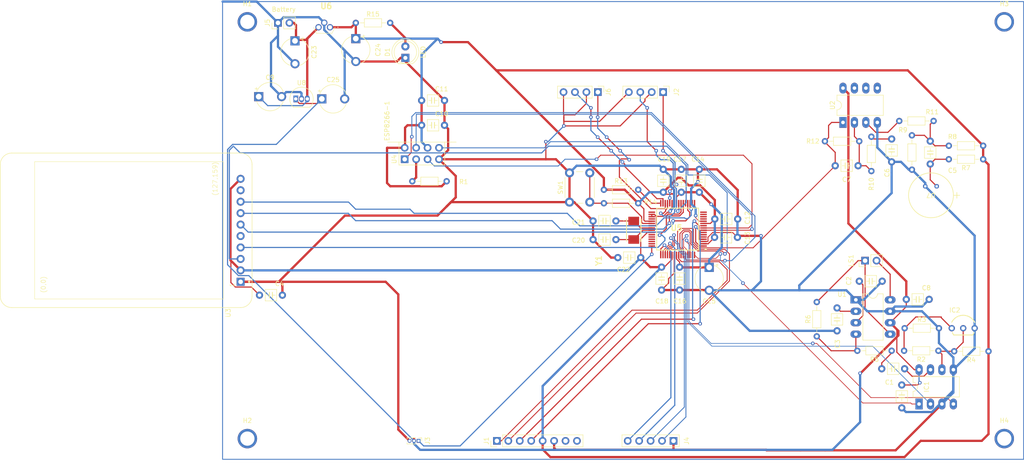
<source format=kicad_pcb>
(kicad_pcb (version 20240108) (generator "pcbnew") (generator_version "8.0")
  (title_block (title "ECE 445L Baseline Project") (date "2024-08-07") (rev "v1.0.1") (company "The University of Texas at Austin"))
  (layers (0 "F.Cu" signal) (31 "B.Cu" signal) (34 "B.Paste" user) (35 "F.Paste" user) (36 "B.SilkS" user "B.Silkscreen") (37 "F.SilkS" user "F.Silkscreen") (38 "B.Mask" user) (39 "F.Mask" user) (44 "Edge.Cuts" user))
  (net 0 "")
  (net 1 "GND")
  (net 2 "+3V3")
  (net 3 "+5V")
  (net 4 "PB1")
  (net 5 "PC4")
  (net 6 "PC7")
  (net 7 "PC6")
  (net 8 "PC5")
  (net 9 "PF4")
  (net 10 "PA4")
  (net 11 "PD0")
  (net 12 "PB0")
  (net 13 "PE5")
  (net 14 "PE2")
  (net 15 "PB7")
  (net 16 "PD3")
  (net 17 "PA3")
  (net 18 "PE0")
  (net 19 "PD6")
  (net 20 "PB2")
  (net 21 "PA6")
  (net 22 "PE1")
  (net 23 "PD7")
  (net 24 "PA7")
  (net 25 "PE3")
  (net 26 "PE4")
  (net 27 "PB5")
  (net 28 "PD2")
  (net 29 "PB6")
  (net 30 "PD1")
  (net 31 "PF3")
  (net 32 "PF0")
  (net 33 "PF2")
  (net 34 "PB3")
  (net 35 "PB4")
  (net 36 "PA2")
  (net 37 "PF1")
  (net 38 "PA5")
  (net 43 "/OSC1")
  (net 44 "/OSC2")
  (net 45 "Net-(D1-A)")
  (net 46 "Net-(IC1-OUT)")
  (net 47 "Net-(IC1-REF)")
  (net 48 "Net-(IC2-Pad1)")
  (net 49 "/TDI")
  (net 50 "/TDO")
  (net 51 "/TCK")
  (net 52 "/TMS")
  (net 53 "Net-(U1-VO1)")
  (net 54 "Net-(U1-VO2)")
  (net 55 "Net-(U5-~{WAKE})")
  (net 56 "/Reset")
  (net 57 "Net-(U1-FC1)")
  (net 58 "Net-(U1-FC2)")
  (net 59 "Net-(U1-VIN)")
  (net 60 "Net-(U2A-+)")
  (net 61 "Net-(U2A--)")
  (net 62 "Net-(U4-GPIO0)")
  (net 63 "PA1")
  (net 64 "PD5")
  (net 67 "PD4")
  (net 68 "PA0")
  (net 69 "Net-(C5-Pad2)")
  (net 70 "Net-(C6-Pad1)")
  (net 71 "Net-(C1-Pad2)")
  (net 72 "Net-(C5-Pad1)")
  (net 73 "/LDO")
  (net 76 "HV")
  (footprint "ECE445L:C_Axial_200mil" (layer "F.Cu") (at 123.42375 64.85093)
    (property "Reference" "C10")
    (property "Value" "4.7uF")
  )
  (footprint "ECE445L:C_Axial_200mil" (layer "F.Cu") (at 188.5 85.66293)
    (property "Reference" "C12")
    (property "Value" "0.01uF")
  )
  (footprint "ECE445L:DIP-8_W7.62mm_LongPads" (layer "F.Cu") (at 219.805 103.60093)
    (property "Reference" "U1")
    (property "Value" "MCP34119P")
  )
  (footprint "ECE445L:R_Axial_DIN0204_L3.6mm_D1.6mm_P7.62mm_Horizontal" (layer "F.Cu") (at 108.82 42.12593)
    (property "Reference" "R15")
    (property "Value" "330")
  )
  (footprint "ECE445L:C_Axial_200mil" (layer "F.Cu") (at 230 122.5 -90)
    (property "Reference" "C26" (hide yes))
    (property "Value" "0.1 uF")
  )
  (footprint "ECE445L:MountingHole_4_40" (layer "F.Cu") (at 84.75 41.90093)
    (property "Reference" "H1")
    (property "Value" "~")
  )
  (footprint "ECE445L:C_Axial_200mil" (layer "F.Cu") (at 180.685 96.34468 -90)
    (property "Reference" "C16")
    (property "Value" "0.1uF")
  )
  (footprint "ECE445L:CP_Radial_Tantal200mil" (layer "F.Cu") (at 95.32 46.12593 -90)
    (property "Reference" "C23")
    (property "Value" "4.7uF")
  )
  (footprint "ECE445L:PinHeader_2x04_P2.54mm_Vertical" (layer "F.Cu") (at 119.67 72.40093 90)
    (property "Reference" "U4")
    (property "Value" "ESP8266-1")
  )
  (footprint "Connector_PinHeader_2.54mm:PinHeader_1x02_P2.54mm_Vertical" (layer "F.Cu") (at 221.855 94.90093 90)
    (property "Reference" "LS1")
    (property "Value" "Speaker")
  )
  (footprint "ECE445L:R_Axial_DIN0204_L3.6mm_D1.6mm_P7.62mm_Horizontal" (layer "F.Cu") (at 163.88 79.16293)
    (property "Reference" "R13")
    (property "Value" "1M")
  )
  (footprint "ECE445L:C_Axial_200mil" (layer "F.Cu") (at 177.065 79.71918 90)
    (property "Reference" "C19")
    (property "Value" "0.01uF")
  )
  (footprint "ECE445L:ti_LM4041CILPR" (layer "F.Cu") (at 243.63 109.90093)
    (property "Reference" "IC2")
    (property "Value" "LM4041CILPR")
  )
  (footprint "ECE445L:PinHeader_1x05_P2.54mm_Vertical" (layer "F.Cu") (at 179.33 134.90093 -90)
    (property "Reference" "J4")
    (property "Value" "JTAG")
  )
  (footprint "ECE445L:MountingHole_4_40" (layer "F.Cu") (at 252.75 41.90093)
    (property "Reference" "H3")
    (property "Value" "~")
  )
  (footprint "ECE445L:R_Axial_DIN0204_L3.6mm_D1.6mm_P7.62mm_Horizontal" (layer "F.Cu") (at 248.06 69.40093 180)
    (property "Reference" "R8")
    (property "Value" "22k")
  )
  (footprint "ECE445L:R_Axial_DIN0204_L3.6mm_D1.6mm_P7.62mm_Horizontal" (layer "F.Cu") (at 128.98 77.28593 180)
    (property "Reference" "R1")
    (property "Value" "10k")
  )
  (footprint "ECE445L:C_Axial_200mil" (layer "F.Cu") (at 185.065 79.71918 90)
    (property "Reference" "C14")
    (property "Value" "1uF")
  )
  (footprint "ECE445L:R_Axial_DIN0204_L3.6mm_D1.6mm_P7.62mm_Horizontal" (layer "F.Cu") (at 232.25 67.09093 -90)
    (property "Reference" "R9")
    (property "Value" "22k")
  )
  (footprint "ECE445L:R_Axial_DIN0204_L3.6mm_D1.6mm_P7.62mm_Horizontal" (layer "F.Cu") (at 211.13 111.71093 90)
    (property "Reference" "R6")
    (property "Value" "10 kohm")
  )
  (footprint "ECE445L:R_Axial_DIN0204_L3.6mm_D1.6mm_P7.62mm_Horizontal" (layer "F.Cu") (at 237.06 63.90093 180)
    (property "Reference" "R11")
    (property "Value" "1k")
  )
  (footprint "ECE445L:R_Axial_DIN0204_L3.6mm_D1.6mm_P7.62mm_Horizontal" (layer "F.Cu") (at 227.75 114.90093 180)
    (property "Reference" "R5")
    (property "Value" "20 kohm")
  )
  (footprint "ECE445L:C_Axial_200mil" (layer "F.Cu") (at 181.065 79.71918 90)
    (property "Reference" "C17")
    (property "Value" "0.1uF")
  )
  (footprint "Button_Switch_THT:SW_PUSH_6mm" (layer "F.Cu") (at 156.25 81.91293 90)
    (property "Reference" "SW1")
    (property "Value" "Reset")
  )
  (footprint "ECE445L:CP_Radial_Tantal200mil" (layer "F.Cu") (at 187.25 96.40093 -90)
    (property "Reference" "C15")
    (property "Value" "2.2uF")
  )
  (footprint "ECE445L:LED_D5.0mm" (layer "F.Cu") (at 119.82 49.90093 90)
    (property "Reference" "D1")
    (property "Value" "LED")
  )
  (footprint "ECE445L:TL431CLPM" (layer "F.Cu") (at 103.09 43.10093 180)
    (property "Reference" "U6")
    (property "Value" "LP2950-33LPRE3" (hide yes))
  )
  (footprint "ECE445L:PinHeader_1x04_P2.54mm_Vertical" (layer "F.Cu") (at 177.04 57.5 -90)
    (property "Reference" "J2")
    (property "Value" "Header_4")
  )
  (footprint "ECE445L:DIP-8_W7.62mm_LongPads" (layer "F.Cu") (at 216.95 64.22593 90)
    (property "Reference" "U2")
    (property "Value" "OPA2350")
  )
  (footprint "ECE445L:C_Axial_200mil" (layer "F.Cu") (at 220.57375 99.46593)
    (property "Reference" "C2")
    (property "Value" "1.0 uF")
  )
  (footprint "ECE445L:C_Axial_200mil" (layer "F.Cu") (at 166.55625 90.22793 180)
    (property "Reference" "C20")
    (property "Value" "10pF C0G")
  )
  (footprint "ECE445L:adafruit_st7735r2" (layer "F.Cu") (at 57.85 88.17093 90)
    (property "Reference" "U3")
    (property "Value" "Adafruit ST7735R")
  )
  (footprint "ECE445L:QFP50P1200X1200X160-64N" (layer "F.Cu") (at 180.25 87.90093 180)
    (property "Reference" "U5")
    (property "Value" "TM4C123GH6PMIR" (hide yes))
  )
  (footprint "ECE445L:C_Axial_200mil" (layer "F.Cu") (at 236.315 73.45718 90)
    (property "Reference" "C5")
    (property "Value" "1u")
  )
  (footprint "Connector_PinHeader_2.54mm:PinHeader_1x08_P2.54mm_Vertical" (layer "F.Cu") (at 140.13 134.90093 90)
    (property "Reference" "J1")
    (property "Value" "Conn_01x06_Pin")
  )
  (footprint "ECE445L:ABM3" (layer "F.Cu") (at 170.5 88.16293 -90)
    (property "Reference" "Y1")
    (property "Value" "ABM3-16.000MHZ-B2-T" (hide yes))
  )
  (footprint "ECE445L:CP_Radial_Tantal200mil" (layer "F.Cu") (at 108.82 45.62593 -90)
    (property "Reference" "C24")
    (property "Value" "4.7uF")
  )
  (footprint "ECE445L:R_Axial_DIN0204_L3.6mm_D1.6mm_P7.62mm_Horizontal" (layer "F.Cu") (at 230.63 109.90093)
    (property "Reference" "R3")
    (property "Value" "10 kohm")
  )
  (footprint "ECE445L:PinHeader_1x04_P2.54mm_Vertical" (layer "F.Cu") (at 162.54 57.5 -90)
    (property "Reference" "J6")
    (property "Value" "Header_4")
  )
  (footprint "ECE445L:C_Axial_200mil" (layer "F.Cu") (at 123.42375 59.35093)
    (property "Reference" "C11")
    (property "Value" "0.1uF")
  )
  (footprint "Package_TO_SOT_THT:TO-92_Inline" (layer "F.Cu") (at 95.5 59)
    (property "Reference" "U8")
    (property "Value" "LP2950-5.0_TO92")
  )
  (footprint "ECE445L:R_Axial_DIN0204_L3.6mm_D1.6mm_P7.62mm_Horizontal" (layer "F.Cu") (at 248.06 72.40093 180)
    (property "Reference" "R7")
    (property "Value" "10k")
  )
  (footprint "ECE445L:C_Axial_200mil" (layer "F.Cu") (at 227.75 67.90093 -90)
    (property "Reference" "C6")
    (property "Value" "4.7 uF")
  )
  (footprint "ECE445L:C_Axial_200mil" (layer "F.Cu") (at 220.30625 73.83593 180)
    (property "Reference" "C7")
    (property "Value" "220pF")
  )
  (footprint "ECE445L:R_Axial_DIN0204_L3.6mm_D1.6mm_P7.62mm_Horizontal" (layer "F.Cu") (at 249.25 115.02093 180)
    (property "Reference" "R4")
    (property "Value" "2 kohm")
  )
  (footprint "ECE445L:DIP-8_W7.62mm_LongPads" (layer "F.Cu") (at 233.83 126.72593 90)
    (property "Reference" "IC1")
    (property "Value" "TLV5616")
  )
  (footprint "ECE445L:PinHeader_1x02_P2.54mm_Vertical" (layer "F.Cu") (at 91.545 42.12593 90)
    (property "Reference" "J5")
    (property "Value" "Battery")
  )
  (footprint "ECE445L:C_Axial_200mil" (layer "F.Cu") (at 231 103.5)
    (property "Reference" "C8")
    (property "Value" "0.1 uF")
  )
  (footprint "ECE445L:C_Axial_200mil" (layer "F.Cu") (at 215.63 105.40093 -90)
    (property "Reference" "C3")
    (property "Value" "4.7 uF")
  )
  (footprint "Connector_PinHeader_1.00mm:PinHeader_1x03_P1.00mm_Vertical" (layer "F.Cu") (at 122.75 134.90093 -90)
    (property "Reference" "J3")
    (property "Value" "Conn_01x03_Pin")
  )
  (footprint "ECE445L:R_Axial_DIN0204_L3.6mm_D1.6mm_P7.62mm_Horizontal" (layer "F.Cu") (at 171.5 82.16293 180)
    (property "Reference" "R14")
    (property "Value" "10k")
  )
  (footprint "ECE445L:C_Axial_200mil" (layer "F.Cu") (at 172.05625 94.22793 180)
    (property "Reference" "C22")
    (property "Value" "1uF")
  )
  (footprint "ECE445L:CP_Radial_Tantal200mil" (layer "F.Cu") (at 101.27 59)
    (property "Reference" "C25")
    (property "Value" "4.7uF")
  )
  (footprint "ECE445L:MountingHole_4_40" (layer "F.Cu") (at 252.75 134.40093)
    (property "Reference" "H4")
    (property "Value" "~")
  )
  (footprint "ECE445L:R_Axial_DIN0204_L3.6mm_D1.6mm_P7.62mm_Horizontal" (layer "F.Cu") (at 238.13 114.90093 180)
    (property "Reference" "R2")
    (property "Value" "47 kohm")
  )
  (footprint "ECE445L:R_Axial_DIN0204_L3.6mm_D1.6mm_P7.62mm_Horizontal" (layer "F.Cu") (at 220.56 68.40093 180)
    (property "Reference" "R12")
    (property "Value" "100k")
  )
  (footprint "ECE445L:C_Axial_200mil" (layer "F.Cu") (at 188.44375 89.72793)
    (property "Reference" "C13")
    (property "Value" "0.1uF")
  )
  (footprint "ECE445L:MountingHole_4_40" (layer "F.Cu") (at 84.75 134.40093)
    (property "Reference" "H2")
    (property "Value" "~")
  )
  (footprint "fart:CMA_CUI_9P7X9P7_CUD" (layer "F.Cu") (at 237.75 80.40093 180)
    (property "Reference" "U7")
    (property "Value" "CMA-4544PF-W (elec mic)")
  )
  (footprint "ECE445L:C_Axial_200mil" (layer "F.Cu") (at 166.55625 86.09793 180)
    (property "Reference" "C21")
    (property "Value" "10pF C0G")
  )
  (footprint "ECE445L:C_Axial_200mil" (layer "F.Cu") (at 230.63 118.90093 180)
    (property "Reference" "C1")
    (property "Value" "0.1 uF")
  )
  (footprint "ECE445L:C_Axial_200mil" (layer "F.Cu") (at 87.44375 102.565)
    (property "Reference" "C4")
    (property "Value" "0.1 uF")
  )
  (footprint "ECE445L:C_Axial_200mil" (layer "F.Cu") (at 176.685 96.34468 -90)
    (property "Reference" "C18")
    (property "Value" "0.1uF")
  )
  (footprint "ECE445L:R_Axial_DIN0204_L3.6mm_D1.6mm_P7.62mm_Horizontal" (layer "F.Cu") (at 223.25 75.02093 90)
    (property "Reference" "R10")
    (property "Value" "1k")
  )
  (footprint "ECE445L:CP_Radial_Tantal200mil" (layer "F.Cu") (at 87.27 58.5)
    (property "Reference" "C9")
    (property "Value" "4.7uF")
  )
  (gr_rect (start 79.25 37.40093) (end 257.05 139.00093) (stroke (width 0.2)) (fill none) (layer "B.Cu") (net 1))
  (segment (start 106.395 84.90093) (end 126.95375 84.90093) (width 0.5) (layer "F.Cu") (net 1))
  (segment (start 152.83 136.48093) (end 153.25 136.90093) (width 0.5) (layer "F.Cu") (net 1))
  (segment (start 169.42 57.5) (end 162.92 64) (width 0.25) (layer "F.Cu") (net 1))
  (segment (start 117.945 50.70593) (end 108.82 50.70593) (width 0.5) (layer "F.Cu") (net 1))
  (segment (start 178.6 83.55043) (end 179 83.15043) (width 0.25) (layer "F.Cu") (net 1))
  (segment (start 173 59.5) (end 173 59) (width 0.25) (layer "F.Cu") (net 1))
  (segment (start 129.303749 65.650929) (end 128.50375 64.85093) (width 0.5) (layer "F.Cu") (net 1))
  (segment (start 188.98825 74.63918) (end 185.065 74.63918) (width 0.5) (layer "F.Cu") (net 1))
  (segment (start 92.5 99.60093) (end 83.25 99.60093) (width 0.5) (layer "F.Cu") (net 1))
  (segment (start 128.50375 59.35093) (end 119.82 50.66718) (width 0.5) (layer "F.Cu") (net 1))
  (segment (start 181.065 74.63918) (end 177.065 74.63918) (width 0.5) (layer "F.Cu") (net 1))
  (segment (start 118.25 102.40093) (end 115.45 99.60093) (width 0.5) (layer "F.Cu") (net 1))
  (segment (start 151 68.5) (end 151 72.40093) (width 0.25) (layer "F.Cu") (net 1))
  (segment (start 185 86.15093) (end 184.25 85.40093) (width 0.15) (layer "F.Cu") (net 1))
  (segment (start 176.685 101.42468) (end 180.685 101.42468) (width 0.5) (layer "F.Cu") (net 1))
  (segment (start 174.512 85.15093) (end 174.512 84.65093) (width 0.25) (layer "F.Cu") (net 1))
  (segment (start 167.5 65) (end 173 59.5) (width 0.25) (layer "F.Cu") (net 1))
  (segment (start 213 137) (end 228.63593 137) (width 0.5) (layer "F.Cu") (net 1))
  (segment (start 179.25 136.90093) (end 199.90093 136.90093) (width 0.5) (layer "F.Cu") (net 1))
  (segment (start 175.4995 87.15093) (end 174.512 87.15093) (width 0.25) (layer "F.Cu") (net 1))
  (segment (start 178.6 83.90093) (end 178.325 84.17593) (width 0.25) (layer "F.Cu") (net 1))
  (segment (start 180.685 101.42468) (end 187.19375 101.42468) (width 0.5) (layer "F.Cu") (net 1))
  (segment (start 115.45 99.60093) (end 92.5 99.60093) (width 0.5) (layer "F.Cu") (net 1))
  (segment (start 92.5 99.60093) (end 92.5 100.5) (width 0.5) (layer "F.Cu") (net 1))
  (segment (start 127.29 72.40093) (end 131 76.11093) (width 0.5) (layer "F.Cu") (net 1))
  (segment (start 179.5 97.65093) (end 178.25 98.90093) (width 0.25) (layer "F.Cu") (net 1))
  (segment (start 184.25 85.40093) (end 184.25 84.90093) (width 0.15) (layer "F.Cu") (net 1))
  (segment (start 199.90093 136.90093) (end 200 137) (width 0.5) (layer "F.Cu") (net 1))
  (segment (start 173 59) (end 174.5 57.5) (width 0.25) (layer "F.Cu") (net 1))
  (segment (start 118.75 49.90093) (end 117.945 50.70593) (width 0.5) (layer "F.Cu") (net 1))
  (segment (start 160 60) (end 157.46 62.54) (width 0.25) (layer "F.Cu") (net 1))
  (segment (start 179.33 134.90093) (end 179.33 136.82093) (width 0.5) (layer "F.Cu") (net 1))
  (segment (start 83.25 99.60093) (end 91.695 99.60093) (width 0.5) (layer "F.Cu") (net 1))
  (segment (start 193.58 85.66293) (end 193.58 79.23093) (width 0.5) (layer "F.Cu") (net 1))
  (segment (start 179.5 93.63893) (end 179.5 97.65093) (width 0.25) (layer "F.Cu") (net 1))
  (segment (start 186.99042 90.58601) (end 186.99042 89.696335) (width 0.2) (layer "F.Cu") (net 1))
  (segment (start 153.25 136.90093) (end 179.25 136.90093) (width 0.5) (layer "F.Cu") (net 1))
  (segment (start 151 72.40093) (end 153.238 72.40093) (width 0.5) (layer "F.Cu") (net 1))
  (segment (start 207.5 137) (end 213 137) (width 0.5) (layer "F.Cu") (net 1))
  (segment (start 228.63593 137) (end 238.91 126.72593) (width 0.5) (layer "F.Cu") (net 1))
  (segment (start 178.6 83.90093) (end 178.6 83.55043) (width 0.25) (layer "F.Cu") (net 1))
  (segment (start 160 57.5) (end 160 60) (width 0.25) (layer "F.Cu") (net 1))
  (segment (start 155 62.54) (end 155 63) (width 0.25) (layer "F.Cu") (net 1))
  (segment (start 187.19375 101.42468) (end 187.25 101.48093) (width 0.5) (layer "F.Cu") (net 1))
  (segment (start 153.238 72.40093) (end 154.668535 73.831465) (width 0.5) (layer "F.Cu") (net 1))
  (segment (start 174.512 84.65093) (end 175.0995 84.65093) (width 0.25) (layer "F.Cu") (net 1))
  (segment (start 185.988 90.65093) (end 186.9255 90.65093) (width 0.2) (layer "F.Cu") (net 1))
  (segment (start 185.065 74.63918) (end 181.065 74.63918) (width 0.5) (layer "F.Cu") (net 1))
  (segment (start 175.0995 84.65093) (end 175.5245 85.07593) (width 0.25) (layer "F.Cu") (net 1))
  (segment (start 127.29 72.40093) (end 129.303749 70.387181) (width 0.5) (layer "F.Cu") (net 1))
  (segment (start 175.5245 85.07593) (end 175.5245 87.12593) (width 0.25) (layer "F.Cu") (net 1))
  (segment (start 129.94175 81.91293) (end 129.00375 82.85093) (width 0.5) (layer "F.Cu") (net 1))
  (segment (start 179.33 136.82093) (end 179.25 136.90093) (width 0.5) (layer "F.Cu") (net 1))
  (segment (start 162.92 64) (end 155 64) (width 0.25) (layer "F.Cu") (net 1))
  (segment (start 161.47625 86.09793) (end 157.29125 81.91293) (width 0.5) (layer "F.Cu") (net 1))
  (segment (start 131 80.85468) (end 129.00375 82.85093) (width 0.5) (layer "F.Cu") (net 1))
  (segment (start 161.47625 90.22793) (end 161.47625 86.09793) (width 0.5) (layer "F.Cu") (net 1))
  (segment (start 198.746005 89.396935) (end 193.854745 89.396935) (width 0.5) (layer "F.Cu") (net 1))
  (segment (start 177.9745 84.17593) (end 177.0745 85.07593) (width 0.25) (layer "F.Cu") (net 1))
  (segment (start 179 83.15043) (end 179 82.16293) (width 0.25) (layer "F.Cu") (net 1))
  (segment (start 155 65) (end 167.5 65) (width 0.25) (layer "F.Cu") (net 1))
  (segment (start 186.9255 90.65093) (end 186.99042 90.58601) (width 0.2) (layer "F.Cu") (net 1))
  (segment (start 155 64) (end 155 63) (width 0.25) (layer "F.Cu") (net 1))
  (segment (start 175.5245 87.12593) (end 175.4995 87.15093) (width 0.25) (layer "F.Cu") (net 1))
  (segment (start 129.303749 70.387181) (end 129.303749 65.650929) (width 0.5) (layer "F.Cu") (net 1))
  (segment (start 120.75 134.90093) (end 118.25 132.40093) (width 0.5) (layer "F.Cu") (net 1))
  (segment (start 156.25 81.91293) (end 156.25 75.41293) (width 0.5) (layer "F.Cu") (net 1))
  (segment (start 166.97625 94.22793) (end 165.47625 94.22793) (width 0.5) (layer "F.Cu") (net 1))
  (segment (start 178.25 99.85968) (end 176.685 101.42468) (width 0.25) (layer "F.Cu") (net 1))
  (segment (start 193.58 79.23093) (end 188.98825 74.63918) (width 0.5) (layer "F.Cu") (net 1))
  (segment (start 91.695 99.60093) (end 106.395 84.90093) (width 0.5) (layer "F.Cu") (net 1))
  (segment (start 92.5 100.5) (end 92.52375 100.52375) (width 0.5) (layer "F.Cu") (net 1))
  (segment (start 155 63) (end 155 65) (width 0.25) (layer "F.Cu") (net 1))
  (segment (start 119.82 49.90093) (end 118.75 49.90093) (width 0.5) (layer "F.Cu") (net 1))
  (segment (start 152.83 134.90093) (end 152.83 136.48093) (width 0.5) (layer "F.Cu") (net 1))
  (segment (start 188.008825 88.67793) (end 192.47375 88.67793) (width 0.2) (layer "F.Cu") (net 1))
  (segment (start 131 76.11093) (end 131 80.85468) (width 0.5) (layer "F.Cu") (net 1))
  (segment (start 184.75 77.40093) (end 184.75 74.95418) (width 0.5) (layer "F.Cu") (net 1))
  (segment (start 154.668535 73.831465) (end 156.25 75.41293) (width 0.5) (layer "F.Cu") (net 1))
  (segment (start 165.47625 94.22793) (end 161.47625 90.22793) (width 0.5) (layer "F.Cu") (net 1))
  (segment (start 119.82 50.66718) (end 119.82 49.90093) (width 0.5) (layer "F.Cu") (net 1))
  (segment (start 118.25 132.40093) (end 118.25 102.40093) (width 0.5) (layer "F.Cu") (net 1))
  (segment (start 92.52375 100.52375) (end 92.52375 102.565) (width 0.5) (layer "F.Cu") (net 1))
  (segment (start 178.325 84.17593) (end 177.9745 84.17593) (width 0.25) (layer "F.Cu") (net 1))
  (segment (start 186.99042 89.696335) (end 188.008825 88.67793) (width 0.2) (layer "F.Cu") (net 1))
  (segment (start 200 137) (end 207.5 137) (width 0.5) (layer "F.Cu") (net 1))
  (segment (start 155 62.54) (end 154.92 62.46) (width 0.25) (layer "F.Cu") (net 1))
  (segment (start 157.29125 81.91293) (end 156.25 81.91293) (width 0.5) (layer "F.Cu") (net 1))
  (segment (start 126.95375 84.90093) (end 129.00375 82.85093) (width 0.5) (layer "F.Cu") (net 1))
  (segment (start 127.29 72.40093) (end 151 72.40093) (width 0.5) (layer "F.Cu") (net 1))
  (segment (start 193.854745 89.396935) (end 193.52375 89.72793) (width 0.5) (layer "F.Cu") (net 1))
  (segment (start 192.47375 88.67793) (end 193.52375 89.72793) (width 0.2) (layer "F.Cu") (net 1))
  (segment (start 184.75 74.95418) (end 185.065 74.63918) (width 0.5) (layer "F.Cu") (net 1))
  (segment (start 178.25 98.90093) (end 178.25 99.85968) (width 0.25) (layer "F.Cu") (net 1))
  (segment (start 157.46 62.54) (end 155 62.54) (width 0.25) (layer "F.Cu") (net 1))
  (segment (start 177.0745 85.07593) (end 175.5245 85.07593) (width 0.25) (layer "F.Cu") (net 1))
  (segment (start 128.50375 64.85093) (end 128.50375 59.35093) (width 0.5) (layer "F.Cu") (net 1))
  (segment (start 156.25 81.91293) (end 129.94175 81.91293) (width 0.5) (layer "F.Cu") (net 1))
  (segment (start 185.988 86.15093) (end 185 86.15093) (width 0.15) (layer "F.Cu") (net 1))
  (segment (start 154.92 62.46) (end 154.92 57.5) (width 0.25) (layer "F.Cu") (net 1))
  (via (at 155 65) (size 0.8) (drill 0.4) (layers "F.Cu" "B.Cu") (net 1))
  (via (at 184.75 77.40093) (size 0.8) (drill 0.4) (layers "F.Cu" "B.Cu") (net 1))
  (via (at 178.6 83.90093) (size 0.8) (drill 0.4) (layers "F.Cu" "B.Cu") (net 1))
  (via (at 151 68.5) (size 0.8) (drill 0.4) (layers "F.Cu" "B.Cu") (net 1))
  (via (at 198.746005 89.396935) (size 0.8) (drill 0.4) (layers "F.Cu" "B.Cu") (net 1))
  (via (at 184.25 84.90093) (size 0.8) (drill 0.4) (layers "F.Cu" "B.Cu") (net 1))
  (segment (start 246.17 89.36093) (end 235.21 78.40093) (width 0.5) (layer "B.Cu") (net 1))
  (segment (start 241.45 119.10593) (end 241.45 116.396565) (width 0.5) (layer "B.Cu") (net 1))
  (segment (start 246.17 114.38593) (end 246.17 109.90093) (width 0.5) (layer "B.Cu") (net 1))
  (segment (start 101.82 43.70593) (end 101.82 42.10093) (width 0.5) (layer "B.Cu") (net 1))
  (segment (start 193.52375 85.71918) (end 193.58 85.66293) (width 0.5) (layer "B.Cu") (net 1))
  (segment (start 219.805 103.60093) (end 221.51875 103.60093) (width 0.5) (layer "B.Cu") (net 1))
  (segment (start 91.545 45) (end 90 46.545) (width 0.5) (layer "B.Cu") (net 1))
  (segment (start 178.6 83.90093) (end 178.6 83.853873) (width 0.5) (layer "B.Cu") (net 1))
  (segment (start 227.425 106.14093) (end 222.345 106.14093) (width 0.5) (layer "B.Cu") (net 1))
  (segment (start 96.77 57.75) (end 96.77 59) (width 0.5) (layer "B.Cu") (net 1))
  (segment (start 235.21 78.40093) (end 235.21 77.67093) (width 0.5) (layer "B.Cu") (net 1))
  (segment (start 91.545 47.43093) (end 95.32 51.20593) (width 0.5) (layer "B.Cu") (net 1))
  (segment (start 90 46.545) (end 90 56.15) (width 0.5) (layer "B.Cu") (net 1))
  (segment (start 108.82 50.70593) (end 105.307035 47.192965) (width 0.5) (layer "B.Cu") (net 1))
  (segment (start 234.49 106.14093) (end 227.425 106.14093) (width 0.5) (layer "B.Cu") (net 1))
  (segment (start 222.345 106.14093) (end 219.805 103.60093) (width 0.5) (layer "B.Cu") (net 1))
  (segment (start 246.17 109.90093) (end 246.17 89.36093) (width 0.5) (layer "B.Cu") (net 1))
  (segment (start 227.75 79.90093) (end 227.75 72.98093) (width 0.5) (layer "B.Cu") (net 1))
  (segment (start 179.465 82.988873) (end 179.465 79.162057) (width 0.5) (layer "B.Cu") (net 1))
  (segment (start 193.52375 89.72793) (end 193.52375 85.71918) (width 0.5) (layer "B.Cu") (net 1))
  (segment (start 241.45 123.742986) (end 236.692986 128.5) (width 0.5) (layer "B.Cu") (net 1))
  (segment (start 235.21 77.67093) (end 232.25 74.71093) (width 0.5) (layer "B.Cu") (net 1))
  (segment (start 207.25 101.48093) (end 196.75 101.48093) (width 0.5) (layer "B.Cu") (net 1))
  (segment (start 178.75 78.447057) (end 178.75 76.32418) (width 0.5) (layer "B.Cu") (net 1))
  (segment (start 198.75 89.40093) (end 198.75 99.48093) (width 0.5) (layer "B.Cu") (net 1))
  (segment (start 236.08 103.5) (end 234.49 105.09) (width 0.5) (layer "B.Cu") (net 1))
  (segment (start 238.25 113.196565) (end 238.25 109.90093) (width 0.5) (layer "B.Cu") (net 1))
  (segment (start 100.595 40.87593) (end 92.795 40.87593) (width 0.5) (layer "B.Cu") (net 1))
  (segment (start 179.465 79.162057) (end 178.75 78.447057) (width 0.5) (layer "B.Cu") (net 1))
  (segment (start 96.504001 57.484001) (end 96.77 57.75) (width 0.5) (layer "B.Cu") (net 1))
  (segment (start 228.47593 105.09) (end 227.425 106.14093) (width 0.5) (layer "B.Cu") (net 1))
  (segment (start 184.25 84.90093) (end 184.25 83.297838) (width 0.5) (layer "B.Cu") (net 1))
  (segment (start 198.75 99.48093) (end 196.75 101.48093) (width 0.5) (layer "B.Cu") (net 1))
  (segment (start 219.805 103.60093) (end 217.685 101.48093) (width 0.5) (layer "B.Cu") (net 1))
  (segment (start 105.307035 47.192965) (end 101.82 43.70593) (width 0.5) (layer "B.Cu") (net 1))
  (segment (start 236.692986 128.5) (end 230.92 128.5) (width 0.5) (layer "B.Cu") (net 1))
  (segment (start 93.365999 57.484001) (end 96.504001 57.484001) (width 0.5) (layer "B.Cu") (net 1))
  (segment (start 176.265001 73.839181) (end 157.823749 73.839181) (width 0.5) (layer "B.Cu") (net 1))
  (segment (start 224.57 69.80093) (end 227.75 72.98093) (width 0.5) (layer "B.Cu") (net 1))
  (segment (start 86.82 37.40093) (end 79.25 37.40093) (width 0.5) (layer "B.Cu") (net 1))
  (segment (start 234.49 105.09) (end 228.47593 105.09) (width 0.5) (layer "B.Cu") (net 1))
  (segment (start 231.56 74.71093) (end 229.83 72.98093) (width 0.5) (layer "B.Cu") (net 1))
  (segment (start 183.25 78.90093) (end 184.75 77.40093) (width 0.5) (layer "B.Cu") (net 1))
  (segment (start 241.45 116.396565) (end 238.25 113.196565) (width 0.5) (layer "B.Cu") (net 1))
  (segment (start 91.545 42.12593) (end 91.545 45) (width 0.5) (layer "B.Cu") (net 1))
  (segment (start 178.6 83.853873) (end 179.465 82.988873) (width 0.5) (layer "B.Cu") (net 1))
  (segment (start 177.065 74.63918) (end 176.265001 73.839181) (width 0.5) (layer "B.Cu") (net 1))
  (segment (start 178.75 76.32418) (end 177.065 74.63918) (width 0.5) (layer "B.Cu") (net 1))
  (segment (start 241.45 119.10593) (end 241.45 124.18593) (width 0.5) (layer "B.Cu") (net 1))
  (segment (start 157.823749 73.839181) (end 156.25 75.41293) (width 0.5) (layer "B.Cu") (net 1))
  (segment (start 230.92 128.5) (end 230 127.58) (width 0.5) (layer "B.Cu") (net 1))
  (segment (start 91.545 42.12593) (end 86.82 37.40093) (width 0.5) (layer "B.Cu") (net 1))
  (segment (start 91.545 45) (end 91.545 47.43093) (width 0.5) (layer "B.Cu") (net 1))
  (segment (start 207.25 100.40093) (end 227.75 79.90093) (width 0.5) (layer "B.Cu") (net 1))
  (segment (start 105.307035 47.192965) (end 106.35 48.23593) (width 0.5) (layer "B.Cu") (net 1))
  (segment (start 241.45 119.10593) (end 246.17 114.38593) (width 0.5) (layer "B.Cu") (net 1))
  (segment (start 229.83 72.98093) (end 227.75 72.98093) (width 0.5) (layer "B.Cu") (net 1))
  (segment (start 101.82 42.10093) (end 100.595 40.87593) (width 0.5) (layer "B.Cu") (net 1))
  (segment (start 90 56.15) (end 92.35 58.5) (width 0.5) (layer "B.Cu") (net 1))
  (segment (start 155 65) (end 151.5 68.5) (width 0.25) (layer "B.Cu") (net 1))
  (segment (start 196.75 101.48093) (end 187.25 101.48093) (width 0.5) (layer "B.Cu") (net 1))
  (segment (start 217.685 101.48093) (end 207.25 101.48093) (width 0.5) (layer "B.Cu") (net 1))
  (segment (start 224.57 64.22593) (end 224.57 69.80093) (width 0.5) (layer "B.Cu") (net 1))
  (segment (start 198.746005 89.396935) (end 198.75 89.40093) (width 0.5) (layer "B.Cu") (net 1))
  (segment (start 207.25 101.48093) (end 207.25 100.40093) (width 0.5) (layer "B.Cu") (net 1))
  (segment (start 196.25 110.48093) (end 187.25 101.48093) (width 0.5) (layer "B.Cu") (net 1))
  (segment (start 106.35 48.23593) (end 106.35 59) (width 0.5) (layer "B.Cu") (net 1))
  (segment (start 241.45 124.18593) (end 238.91 126.72593) (width 0.5) (layer "B.Cu") (net 1))
  (segment (start 238.25 109.90093) (end 234.49 106.14093) (width 0.5) (layer "B.Cu") (net 1))
  (segment (start 232.25 74.71093) (end 231.56 74.71093) (width 0.5) (layer "B.Cu") (net 1))
  (segment (start 92.35 58.5) (end 93.365999 57.484001) (width 0.5) (layer "B.Cu") (net 1))
  (segment (start 221.51875 103.60093) (end 225.65375 99.46593) (width 0.5) (layer "B.Cu") (net 1))
  (segment (start 183.25 82.297838) (end 183.25 78.90093) (width 0.5) (layer "B.Cu") (net 1))
  (segment (start 215.63 110.48093) (end 196.25 110.48093) (width 0.5) (layer "B.Cu") (net 1))
  (segment (start 241.45 119.10593) (end 241.45 123.742986) (width 0.5) (layer "B.Cu") (net 1))
  (segment (start 92.795 40.87593) (end 91.545 42.12593) (width 0.5) (layer "B.Cu") (net 1))
  (segment (start 184.25 83.297838) (end 183.25 82.297838) (width 0.5) (layer "B.Cu") (net 1))
  (segment (start 151.5 68.5) (end 151 68.5) (width 0.25) (layer "B.Cu") (net 1))
  (segment (start 234.202119 134.90093) (end 247.75 134.90093) (width 0.5) (layer "F.Cu") (net 2))
  (segment (start 128.98 77.28593) (end 127.88 78.38593) (width 0.5) (layer "F.Cu") (net 2))
  (segment (start 172.75 83.41293) (end 172.75 85.90093) (width 0.25) (layer "F.Cu") (net 2))
  (segment (start 103.09 43.10093) (end 107.845 43.10093) (width 0.5) (layer "F.Cu") (net 2))
  (segment (start 174.512 88.65093) (end 173.5245 88.65093) (width 0.25) (layer "F.Cu") (net 2))
  (segment (start 127.88 78.38593) (end 116.47 78.38593) (width 0.5) (layer "F.Cu") (net 2))
  (segment (start 231.32605 52.66698) (end 139.98395 52.66698) (width 0.5) (layer "F.Cu") (net 2))
  (segment (start 82.086 100.76493) (end 81.094535 99.773465) (width 0.25) (layer "F.Cu") (net 2))
  (segment (start 249.25 115.02093) (end 249.25 73.59093) (width 0.5) (layer "F.Cu") (net 2))
  (segment (start 123.42375 64.85093) (end 123.42375 59.35093) (width 0.5) (layer "F.Cu") (net 2))
  (segment (start 119.75 69.78093) (end 119.67 69.86093) (width 0.5) (layer "F.Cu") (net 2))
  (segment (start 188.5 81.457123) (end 185.162589 78.119712) (width 0.5) (layer "F.Cu") (net 2))
  (segment (start 108.82 42.12593) (end 108.82 45.62593) (width 0.5) (layer "F.Cu") (net 2))
  (segment (start 176.685 96.34468) (end 174.173 96.34468) (width 0.5) (layer "F.Cu") (net 2))
  (segment (start 116.47 78.38593) (end 115.75 77.66593) (width 0.5) (layer "F.Cu") (net 2))
  (segment (start 181 76.5) (end 180.28418 76.5) (width 0.5) (layer "F.Cu") (net 2))
  (segment (start 127.75 46.40093) (end 133.717899 46.40093) (width 0.5) (layer "F.Cu") (net 2))
  (segment (start 248.06 69.40093) (end 231.32605 52.66698) (width 0.5) (layer "F.Cu") (net 2))
  (segment (start 179 80) (end 179.5 80.5) (width 0.25) (layer "F.Cu") (net 2))
  (segment (start 180.28418 76.5) (end 177.065 79.71918) (width 0.5) (layer "F.Cu") (net 2))
  (segment (start 83.25 76.74093) (end 81 78.99093) (width 0.5) (layer "F.Cu") (net 2))
  (segment (start 171.5 82.16293) (end 168.5 79.16293) (width 0.5) (layer "F.Cu") (net 2))
  (segment (start 85.64368 100.76493) (end 82.086 100.76493) (width 0.25) (layer "F.Cu") (net 2))
  (segment (start 115.75 77.66593) (end 115.75 69.90093) (width 0.5) (layer "F.Cu") (net 2))
  (segment (start 133.717899 46.40093) (end 139.98395 52.66698) (width 0.5) (layer "F.Cu") (net 2))
  (segment (start 120.3 64.85093) (end 119.75 65.40093) (width 0.5) (layer "F.Cu") (net 2))
  (segment (start 187.512 86.65093) (end 188.5 85.66293) (width 0.25) (layer "F.Cu") (net 2))
  (segment (start 119.75 65.40093) (end 119.75 69.78093) (width 0.5) (layer "F.Cu") (net 2))
  (segment (start 177.28175 96.34468) (end 176.685 96.34468) (width 0.25) (layer "F.Cu") (net 2))
  (segment (start 230.603049 138.5) (end 234.202119 134.90093) (width 0.5) (layer "F.Cu") (net 2))
  (segment (start 150.29 134.90093) (end 150.29 136.79) (width 0.5) (layer "F.Cu") (net 2))
  (segment (start 81 94.81093) (end 81.094535 94.905465) (width 0.5) (layer "F.Cu") (net 2))
  (segment (start 87.44375 102.565) (end 85.64368 100.76493) (width 0.25) (layer "F.Cu") (net 2))
  (segment (start 188.5 85.66293) (end 188.5 81.457123) (width 0.5) (layer "F.Cu") (net 2))
  (segment (start 173 86.15093) (end 174.512 86.15093) (width 0.25) (layer "F.Cu") (net 2))
  (segment (start 81 78.99093) (end 81 94.81093) (width 0.5) (layer "F.Cu") (net 2))
  (segment (start 249.25 133.40093) (end 249.25 115.02093) (width 0.5) (layer "F.Cu") (net 2))
  (segment (start 107.845 43.10093) (end 108.82 42.12593) (width 0.5) (layer "F.Cu") (net 2))
  (segment (start 249.25 73.59093) (end 248.06 72.40093) (width 0.5) (layer "F.Cu") (net 2))
  (segment (start 185.988 91.15093) (end 187.02075 91.15093) (width 0.25) (layer "F.Cu") (net 2))
  (segment (start 171.5 82.16293) (end 172.75 83.41293) (width 0.25) (layer "F.Cu") (net 2))
  (segment (start 178.954595 80) (end 179 80) (width 0.25) (layer "F.Cu") (net 2))
  (segment (start 174.173 96.34468) (end 172.05625 94.22793) (width 0.5) (layer "F.Cu") (net 2))
  (segment (start 179.5 80.5) (end 179.5 82.16293) (width 0.25) (layer "F.Cu") (net 2))
  (segment (start 188.5 89.67168) (end 188.44375 89.72793) (width 0.5) (layer "F.Cu") (net 2))
  (segment (start 248.06 69.40093) (end 248.06 72.40093) (width 0.5) (layer "F.Cu") (net 2))
  (segment (start 182.70093 78.20093) (end 181 76.5) (width 0.5) (layer "F.Cu") (net 2))
  (segment (start 177.065 79.71918) (end 177.52082 80.175) (width 0.25) (layer "F.Cu") (net 2))
  (segment (start 178.779595 80.175) (end 178.954595 80) (width 0.25) (layer "F.Cu") (net 2))
  (segment (start 139.98395 52.66698) (end 163.88 76.563031) (width 0.5) (layer "F.Cu") (net 2))
  (segment (start 185.162589 78.119712) (end 185.081371 78.20093) (width 0.5) (layer "F.Cu") (net 2))
  (segment (start 152 138.5) (end 230.603049 138.5) (width 0.5) (layer "F.Cu") (net 2))
  (segment (start 81.094535 99.773465) (end 81.094535 94.905465) (width 0.25) (layer "F.Cu") (net 2))
  (segment (start 179 93.63893) (end 179 94.62643) (width 0.25) (layer "F.Cu") (net 2))
  (segment (start 81.094535 94.905465) (end 83.25 97.06093) (width 0.5) (layer "F.Cu") (net 2))
  (segment (start 187.02075 91.15093) (end 188.44375 89.72793) (width 0.25) (layer "F.Cu") (net 2))
  (segment (start 115.75 69.90093) (end 115.79 69.86093) (width 0.5) (layer "F.Cu") (net 2))
  (segment (start 123.42375 64.85093) (end 120.3 64.85093) (width 0.5) (layer "F.Cu") (net 2))
  (segment (start 150.29 136.79) (end 152 138.5) (width 0.5) (layer "F.Cu") (net 2))
  (segment (start 172.05625 90.11918) (end 172.05625 94.22793) (width 0.25) (layer "F.Cu") (net 2))
  (segment (start 177.52082 80.175) (end 178.779595 80.175) (width 0.25) (layer "F.Cu") (net 2))
  (segment (start 115.79 69.86093) (end 119.67 69.86093) (width 0.5) (layer "F.Cu") (net 2))
  (segment (start 179 94.62643) (end 177.28175 96.34468) (width 0.25) (layer "F.Cu") (net 2))
  (segment (start 247.75 134.90093) (end 249.25 133.40093) (width 0.5) (layer "F.Cu") (net 2))
  (segment (start 83.42593 76.565) (end 83.25 76.74093) (width 0.5) (layer "F.Cu") (net 2))
  (segment (start 173.5245 88.65093) (end 172.05625 90.11918) (width 0.25) (layer "F.Cu") (net 2))
  (segment (start 172.75 85.90093) (end 173 86.15093) (width 0.25) (layer "F.Cu") (net 2))
  (segment (start 185.988 86.65093) (end 187.512 86.65093) (width 0.25) (layer "F.Cu") (net 2))
  (segment (start 168.5 79.16293) (end 163.88 79.16293) (width 0.5) (layer "F.Cu") (net 2))
  (segment (start 163.88 76.563031) (end 163.88 79.16293) (width 0.5) (layer "F.Cu") (net 2))
  (segment (start 185.081371 78.20093) (end 182.70093 78.20093) (width 0.5) (layer "F.Cu") (net 2))
  (via (at 127.75 46.40093) (size 0.8) (drill 0.4) (layers "F.Cu" "B.Cu") (net 2))
  (segment (start 169.22325 97.06093) (end 83.25 97.06093) (width 0.5) (layer "B.Cu") (net 2))
  (segment (start 176.685 96.34468) (end 150.29 122.73968) (width 0.5) (layer "B.Cu") (net 2))
  (segment (start 126.975 45.62593) (end 127.75 46.40093) (width 0.5) (layer "B.Cu") (net 2))
  (segment (start 123.42375 64.85093) (end 123.42375 68.53468) (width 0.5) (layer "B.Cu") (net 2))
  (segment (start 83.25 97.06093) (end 83.31093 97) (width 0.5) (layer "B.Cu") (net 2))
  (segment (start 123.42375 49.17718) (end 126.975 45.62593) (width 0.5) (layer "B.Cu") (net 2))
  (segment (start 172.05625 94.22793) (end 169.22325 97.06093) (width 0.5) (layer "B.Cu") (net 2))
  (segment (start 188.5 89.67168) (end 188.44375 89.72793) (width 0.5) (layer "B.Cu") (net 2))
  (segment (start 173.94375 79.71918) (end 171.5 82.16293) (width 0.5) (layer "B.Cu") (net 2))
  (segment (start 150.29 122.73968) (end 150.29 134.90093) (width 0.5) (layer "B.Cu") (net 2))
  (segment (start 108.82 45.62593) (end 126.975 45.62593) (width 0.5) (layer "B.Cu") (net 2))
  (segment (start 123.42375 59.35093) (end 123.42375 49.17718) (width 0.5) (layer "B.Cu") (net 2))
  (segment (start 177.065 79.71918) (end 173.94375 79.71918) (width 0.5) (layer "B.Cu") (net 2))
  (segment (start 123.42375 68.53468) (end 124.75 69.86093) (width 0.5) (layer "B.Cu") (net 2))
  (segment (start 188.5 85.66293) (end 188.5 89.67168) (width 0.5) (layer "B.Cu") (net 2))
  (segment (start 95.5 59.225) (end 95.5 59) (width 0.25) (layer "F.Cu") (net 3))
  (segment (start 228.9 115.22593) (end 228.9 110.15593) (width 0.25) (layer "F.Cu") (net 3))
  (segment (start 218.15 57.80593) (end 218.15 86.65) (width 0.5) (layer "F.Cu") (net 3))
  (segment (start 220.842056 119.90093) (end 220.75 119.90093) (width 0.5) (layer "F.Cu") (net 3))
  (segment (start 228.9 110.15593) (end 227.425 108.68093) (width 0.25) (layer "F.Cu") (net 3))
  (segment (start 96.3 60.025) (end 95.5 59.225) (width 0.25) (layer "F.Cu") (net 3))
  (segment (start 101.27 59) (end 100.245 60.025) (width 0.25) (layer "F.Cu") (net 3))
  (segment (start 229.25 111.492986) (end 220.842056 119.90093) (width 0.5) (layer "F.Cu") (net 3))
  (segment (start 121.75 134.90093) (end 121.75 134.40093) (width 0.5) (layer "F.Cu") (net 3))
  (segment (start 100.245 60.025) (end 96.3 60.025) (width 0.25) (layer "F.Cu") (net 3))
  (segment (start 230 122.5) (end 233.5 122.5) (width 0.25) (layer "F.Cu") (net 3))
  (segment (start 233.83 119.10593) (end 232.78 119.10593) (width 0.25) (layer "F.Cu") (net 3))
  (segment (start 229.25 110.50593) (end 229.25 111.492986) (width 0.5) (layer "F.Cu") (net 3))
  (segment (start 231 103.5) (end 231 105.10593) (width 0.25) (layer "F.Cu") (net 3))
  (segment (start 232.78 119.10593) (end 228.9 115.22593) (width 0.25) (layer "F.Cu") (net 3))
  (segment (start 231 105.10593) (end 227.425 108.68093) (width 0.25) (layer "F.Cu") (net 3))
  (segment (start 231 99.5) (end 231 103.5) (width 0.5) (layer "F.Cu") (net 3))
  (segment (start 227.425 108.68093) (end 229.25 110.50593) (width 0.5) (layer "F.Cu") (net 3))
  (segment (start 218.15 86.65) (end 231 99.5) (width 0.5) (layer "F.Cu") (net 3))
  (segment (start 216.95 56.60593) (end 218.15 57.80593) (width 0.5) (layer "F.Cu") (net 3))
  (segment (start 233.5 122.5) (end 234 122) (width 0.25) (layer "F.Cu") (net 3))
  (via (at 220.75 119.90093) (size 0.8) (drill 0.4) (layers "F.Cu" "B.Cu") (net 3))
  (via (at 234 122) (size 0.8) (drill 0.4) (layers "F.Cu" "B.Cu") (net 3))
  (segment (start 233.83 121.83) (end 233.83 119.10593) (width 0.25) (layer "B.Cu") (net 3))
  (segment (start 91.17 69.1) (end 81.485244 69.1) (width 0.25) (layer "B.Cu") (net 3))
  (segment (start 85.074 98.22493) (end 121.75 134.90093) (width 0.25) (layer "B.Cu") (net 3))
  (segment (start 101.27 59) (end 91.17 69.1) (width 0.25) (layer "B.Cu") (net 3))
  (segment (start 82.767855 98.22493) (end 85.074 98.22493) (width 0.25) (layer "B.Cu") (net 3))
  (segment (start 220.75 130.75) (end 214.59907 136.90093) (width 0.5) (layer "B.Cu") (net 3))
  (segment (start 80.35 70.235244) (end 80.35 95.807075) (width 0.25) (layer "B.Cu") (net 3))
  (segment (start 121.75 135.55093) (end 121.75 134.90093) (width 0.5) (layer "B.Cu") (net 3))
  (segment (start 80.35 95.807075) (end 82.767855 98.22493) (width 0.25) (layer "B.Cu") (net 3))
  (segment (start 81.485244 69.1) (end 80.35 70.235244) (width 0.25) (layer "B.Cu") (net 3))
  (segment (start 123.1 136.90093) (end 121.75 135.55093) (width 0.5) (layer "B.Cu") (net 3))
  (segment (start 220.75 119.90093) (end 220.75 130.75) (width 0.5) (layer "B.Cu") (net 3))
  (segment (start 214.59907 136.90093) (end 123.1 136.90093) (width 0.5) (layer "B.Cu") (net 3))
  (segment (start 234 122) (end 233.83 121.83) (width 0.25) (layer "B.Cu") (net 3))
  (segment (start 182.25 89.40093) (end 181.575 90.07593) (width 0.15) (layer "F.Cu") (net 11))
  (segment (start 181.575 91.761284) (end 182.5 92.686284) (width 0.15) (layer "F.Cu") (net 11))
  (segment (start 182.5 92.686284) (end 182.5 93.63893) (width 0.15) (layer "F.Cu") (net 11))
  (segment (start 181.575 90.07593) (end 181.575 91.761284) (width 0.15) (layer "F.Cu") (net 11))
  (via (at 182.25 89.40093) (size 0.8) (drill 0.4) (layers "F.Cu" "B.Cu") (net 11))
  (segment (start 223.545 113.90093) (end 236.37 126.72593) (width 0.15) (layer "B.Cu") (net 11))
  (segment (start 181.25 92.44131) (end 182.41 93.60131) (width 0.15) (layer "B.Cu") (net 11))
  (segment (start 182.25 89.40093) (end 181.25 90.40093) (width 0.15) (layer "B.Cu") (net 11))
  (segment (start 181.25 90.40093) (end 181.25 92.44131) (width 0.15) (layer "B.Cu") (net 11))
  (segment (start 182.41 108.444814) (end 187.866116 113.90093) (width 0.15) (layer "B.Cu") (net 11))
  (segment (start 182.41 93.60131) (end 182.41 108.444814) (width 0.15) (layer "B.Cu") (net 11))
  (segment (start 187.866116 113.90093) (end 223.545 113.90093) (width 0.15) (layer "B.Cu") (net 11))
  (segment (start 182 93.63893) (end 182 94.57643) (width 0.2) (layer "F.Cu") (net 13))
  (segment (start 182 94.57643) (end 182.2085 94.78493) (width 0.2) (layer "F.Cu") (net 13))
  (segment (start 121.11 67.54093) (end 121.11 70.96093) (width 0.2) (layer "F.Cu") (net 13))
  (segment (start 189.628975 94.78493) (end 189.744975 94.90093) (width 0.2) (layer "F.Cu") (net 13))
  (segment (start 121.25 67.40093) (end 121.11 67.54093) (width 0.2) (layer "F.Cu") (net 13))
  (segment (start 182.2085 94.78493) (end 189.628975 94.78493) (width 0.2) (layer "F.Cu") (net 13))
  (segment (start 121.11 70.96093) (end 119.67 72.40093) (width 0.2) (layer "F.Cu") (net 13))
  (segment (start 189.744975 94.90093) (end 190.75 94.90093) (width 0.2) (layer "F.Cu") (net 13))
  (via (at 121.25 67.40093) (size 0.8) (drill 0.4) (layers "F.Cu" "B.Cu") (net 13))
  (via (at 190.75 94.90093) (size 0.8) (drill 0.4) (layers "F.Cu" "B.Cu") (net 13))
  (segment (start 122.105025 62.05093) (end 121.25 62.905955) (width 0.2) (layer "B.Cu") (net 13))
  (segment (start 190.75 94.90093) (end 192.25 94.90093) (width 0.2) (layer "B.Cu") (net 13))
  (segment (start 197.4 84.99428) (end 174.45665 62.05093) (width 0.2) (layer "B.Cu") (net 13))
  (segment (start 192.25 94.90093) (end 197.4 89.75093) (width 0.2) (layer "B.Cu") (net 13))
  (segment (start 121.25 62.905955) (end 121.25 67.40093) (width 0.2) (layer "B.Cu") (net 13))
  (segment (start 174.45665 62.05093) (end 122.105025 62.05093) (width 0.2) (layer "B.Cu") (net 13))
  (segment (start 197.4 89.75093) (end 197.4 84.99428) (width 0.2) (layer "B.Cu") (net 13))
  (segment (start 184.9755 90.07593) (end 185.0505 90.15093) (width 0.25) (layer "F.Cu") (net 15))
  (segment (start 172.21 107.90093) (end 145.21 134.90093) (width 0.25) (layer "F.Cu") (net 15))
  (segment (start 184.9755 87.12643) (end 184.9755 90.07593) (width 0.25) (layer "F.Cu") (net 15))
  (segment (start 183.75 107.90093) (end 172.21 107.90093) (width 0.25) (layer "F.Cu") (net 15))
  (segment (start 183.977298 86.128228) (end 184.9755 87.12643) (width 0.25) (layer "F.Cu") (net 15))
  (segment (start 185.0505 90.15093) (end 185.988 90.15093) (width 0.25) (layer "F.Cu") (net 15))
  (via (at 183.75 107.90093) (size 0.8) (drill 0.4) (layers "F.Cu" "B.Cu") (net 15))
  (via (at 183.977298 86.128228) (size 0.8) (drill 0.4) (layers "F.Cu" "B.Cu") (net 15))
  (segment (start 183.575 86.530526) (end 183.977298 86.128228) (width 0.25) (layer "B.Cu") (net 15))
  (segment (start 183.75 107.90093) (end 183.575 107.72593) (width 0.25) (layer "B.Cu") (net 15))
  (segment (start 183.575 107.72593) (end 183.575 86.530526) (width 0.25) (layer "B.Cu") (net 15))
  (segment (start 232.22593 126.72593) (end 233.83 126.72593) (width 0.15) (layer "F.Cu") (net 16))
  (segment (start 221.34907 126.5) (end 232 126.5) (width 0.15) (layer "F.Cu") (net 16))
  (segment (start 184 93.65093) (end 184.75 94.40093) (width 0.15) (layer "F.Cu") (net 16))
  (segment (start 184 93.63893) (end 184 93.65093) (width 0.15) (layer "F.Cu") (net 16))
  (segment (start 184.75 94.40093) (end 188.75 94.40093) (width 0.15) (layer "F.Cu") (net 16))
  (segment (start 188.75 94.40093) (end 189.75 93.40093) (width 0.15) (layer "F.Cu") (net 16))
  (segment (start 232 126.5) (end 232.22593 126.72593) (width 0.15) (layer "F.Cu") (net 16))
  (segment (start 194.75 99.90093) (end 221.34907 126.5) (width 0.15) (layer "F.Cu") (net 16))
  (via (at 194.75 99.90093) (size 0.8) (drill 0.4) (layers "F.Cu" "B.Cu") (net 16))
  (via (at 189.75 93.40093) (size 0.8) (drill 0.4) (layers "F.Cu" "B.Cu") (net 16))
  (segment (start 194.866116 99.90093) (end 194.866116 99.90093) (width 0.15) (layer "B.Cu") (net 16))
  (segment (start 194.75 99.90093) (end 194.866116 99.90093) (width 0.15) (layer "B.Cu") (net 16))
  (segment (start 189.75 93.40093) (end 189.75 94.784814) (width 0.15) (layer "B.Cu") (net 16))
  (segment (start 189.75 94.784814) (end 194.75 99.784814) (width 0.15) (layer "B.Cu") (net 16))
  (segment (start 194.75 99.784814) (end 194.75 99.90093) (width 0.15) (layer "B.Cu") (net 16))
  (segment (start 179.25 86.07593) (end 182.029595 86.07593) (width 0.25) (layer "F.Cu") (net 17))
  (segment (start 182.925 84.141616) (end 182.5 83.716616) (width 0.25) (layer "F.Cu") (net 17))
  (segment (start 182.029595 86.07593) (end 182.925 85.180525) (width 0.25) (layer "F.Cu") (net 17))
  (segment (start 182.925 85.180525) (end 182.925 84.141616) (width 0.25) (layer "F.Cu") (net 17))
  (segment (start 182.5 83.716616) (end 182.5 82.16293) (width 0.25) (layer "F.Cu") (net 17))
  (via (at 179.25 86.07593) (size 0.8) (drill 0.4) (layers "F.Cu" "B.Cu") (net 17))
  (segment (start 177.387095 88.56843) (end 84.9175 88.56843) (width 0.25) (layer "B.Cu") (net 17))
  (segment (start 179.25 86.07593) (end 179.25 86.705525) (width 0.25) (layer "B.Cu") (net 17))
  (segment (start 84.9175 88.56843) (end 83.25 86.90093) (width 0.25) (layer "B.Cu") (net 17))
  (segment (start 179.25 86.705525) (end 177.387095 88.56843) (width 0.25) (layer "B.Cu") (net 17))
  (segment (start 196.75 86.90093) (end 196 87.65093) (width 0.2) (layer "F.Cu") (net 18))
  (segment (start 162.25 72.40093) (end 163.15093 71.5) (width 0.2) (layer "F.Cu") (net 18))
  (segment (start 196 87.65093) (end 185.988 87.65093) (width 0.2) (layer "F.Cu") (net 18))
  (segment (start 163.15093 71.5) (end 194.84907 71.5) (width 0.2) (layer "F.Cu") (net 18))
  (segment (start 196.75 73.40093) (end 196.75 86.90093) (width 0.2) (layer "F.Cu") (net 18))
  (segment (start 194.84907 71.5) (end 196.75 73.40093) (width 0.2) (layer "F.Cu") (net 18))
  (via (at 162.25 72.40093) (size 0.8) (drill 0.4) (layers "F.Cu" "B.Cu") (net 18))
  (segment (start 126.25 73.90093) (end 124.75 72.40093) (width 0.2) (layer "B.Cu") (net 18))
  (segment (start 155.25 72.40093) (end 153.75 73.90093) (width 0.2) (layer "B.Cu") (net 18))
  (segment (start 162.25 72.40093) (end 155.25 72.40093) (width 0.2) (layer "B.Cu") (net 18))
  (segment (start 153.75 73.90093) (end 126.25 73.90093) (width 0.2) (layer "B.Cu") (net 18))
  (segment (start 178.5 92.75143) (end 178.8005 92.45093) (width 0.2) (layer "F.Cu") (net 19))
  (segment (start 212.94 68.40093) (end 212.94 68.59093) (width 0.25) (layer "F.Cu") (net 19))
  (segment (start 180.25 92.315144) (end 180.25 88.40093) (width 0.2) (layer "F.Cu") (net 19))
  (segment (start 216.95 64.22593) (end 214.425 64.22593) (width 0.25) (layer "F.Cu") (net 19))
  (segment (start 183.75 87.90093) (end 183.75 90.80043) (width 0.2) (layer "F.Cu") (net 19))
  (segment (start 183.75 90.80043) (end 185.0005 92.05093) (width 0.2) (layer "F.Cu") (net 19))
  (segment (start 212.94 68.59093) (end 215.22625 70.87718) (width 0.25) (layer "F.Cu") (net 19))
  (segment (start 215.22625 70.87718) (end 215.22625 73.83593) (width 0.25) (layer "F.Cu") (net 19))
  (segment (start 197.01125 92.05093) (end 215.22625 73.83593) (width 0.2) (layer "F.Cu") (net 19))
  (segment (start 183.6 87.75093) (end 183.75 87.90093) (width 0.2) (layer "F.Cu") (net 19))
  (segment (start 178.5 93.63893) (end 178.5 92.75143) (width 0.2) (layer "F.Cu") (net 19))
  (segment (start 214.425 64.22593) (end 213.75 64.90093) (width 0.25) (layer "F.Cu") (net 19))
  (segment (start 180.9 87.75093) (end 183.6 87.75093) (width 0.2) (layer "F.Cu") (net 19))
  (segment (start 185.0005 92.05093) (end 197.01125 92.05093) (width 0.2) (layer "F.Cu") (net 19))
  (segment (start 180.114214 92.45093) (end 180.25 92.315144) (width 0.2) (layer "F.Cu") (net 19))
  (segment (start 213.75 67.59093) (end 212.94 68.40093) (width 0.25) (layer "F.Cu") (net 19))
  (segment (start 213.75 64.90093) (end 213.75 67.59093) (width 0.25) (layer "F.Cu") (net 19))
  (segment (start 178.8005 92.45093) (end 180.114214 92.45093) (width 0.2) (layer "F.Cu") (net 19))
  (segment (start 180.25 88.40093) (end 180.9 87.75093) (width 0.2) (layer "F.Cu") (net 19))
  (segment (start 181 84.105525) (end 181 82.16293) (width 0.25) (layer "F.Cu") (net 21))
  (segment (start 178.140186 84.57593) (end 180.529595 84.57593) (width 0.25) (layer "F.Cu") (net 21))
  (segment (start 177.75 87.74343) (end 177.75 84.966116) (width 0.25) (layer "F.Cu") (net 21))
  (segment (start 177.75 84.966116) (end 178.140186 84.57593) (width 0.25) (layer "F.Cu") (net 21))
  (segment (start 176.25 89.24343) (end 177.75 87.74343) (width 0.25) (layer "F.Cu") (net 21))
  (segment (start 180.529595 84.57593) (end 181 84.105525) (width 0.25) (layer "F.Cu") (net 21))
  (via (at 176.25 89.24343) (size 0.8) (drill 0.4) (layers "F.Cu" "B.Cu") (net 21))
  (segment (start 175.874595 91.98093) (end 83.25 91.98093) (width 0.25) (layer "B.Cu") (net 21))
  (segment (start 176.25 89.24343) (end 176.797095 89.24343) (width 0.25) (layer "B.Cu") (net 21))
  (segment (start 176.797095 89.24343) (end 177.425 89.871335) (width 0.25) (layer "B.Cu") (net 21))
  (segment (start 177.425 89.871335) (end 177.425 90.430525) (width 0.25) (layer "B.Cu") (net 21))
  (segment (start 177.425 90.430525) (end 175.874595 91.98093) (width 0.25) (layer "B.Cu") (net 21))
  (segment (start 196.75 87.90093) (end 196.5 88.15093) (width 0.2) (layer "F.Cu") (net 22))
  (segment (start 196.5 88.15093) (end 185.988 88.15093) (width 0.2) (layer "F.Cu") (net 22))
  (via (at 196.75 87.90093) (size 0.8) (drill 0.4) (layers "F.Cu" "B.Cu") (net 22))
  (segment (start 122.21 69.86093) (end 122.21 64.579755) (width 0.2) (layer "B.Cu") (net 22))
  (segment (start 174.311675 62.40093) (end 196.75 84.839255) (width 0.2) (layer "B.Cu") (net 22))
  (segment (start 122.25 62.40093) (end 174.311675 62.40093) (width 0.2) (layer "B.Cu") (net 22))
  (segment (start 122.25 64.539755) (end 122.25 62.40093) (width 0.2) (layer "B.Cu") (net 22))
  (segment (start 196.75 84.839255) (end 196.75 87.90093) (width 0.2) (layer "B.Cu") (net 22))
  (segment (start 122.21 64.579755) (end 122.25 64.539755) (width 0.2) (layer "B.Cu") (net 22))
  (segment (start 180.5 83.65093) (end 180.5 82.16293) (width 0.25) (layer "F.Cu") (net 24))
  (segment (start 180.25 83.90093) (end 180.5 83.65093) (width 0.25) (layer "F.Cu") (net 24))
  (via (at 180.25 83.90093) (size 0.8) (drill 0.4) (layers "F.Cu" "B.Cu") (net 24))
  (segment (start 81.65093 69.5) (end 83.13686 70.98593) (width 0.25) (layer "B.Cu") (net 24))
  (segment (start 182.14 73.79093) (end 182.14 82.01093) (width 0.25) (layer "B.Cu") (net 24))
  (segment (start 83.25 94.52093) (end 80.87 94.52093) (width 0.25) (layer "B.Cu") (net 24))
  (segment (start 177.84907 69.5) (end 182.14 73.79093) (width 0.25) (layer "B.Cu") (net 24))
  (segment (start 151.56066 69.5) (end 177.84907 69.5) (width 0.25) (layer "B.Cu") (net 24))
  (segment (start 80.75 70.40093) (end 81.65093 69.5) (width 0.25) (layer "B.Cu") (net 24))
  (segment (start 80.87 94.52093) (end 80.75 94.40093) (width 0.25) (layer "B.Cu") (net 24))
  (segment (start 150.07473 70.98593) (end 151.56066 69.5) (width 0.25) (layer "B.Cu") (net 24))
  (segment (start 80.75 94.40093) (end 80.75 70.40093) (width 0.25) (layer "B.Cu") (net 24))
  (segment (start 83.13686 70.98593) (end 150.07473 70.98593) (width 0.25) (layer "B.Cu") (net 24))
  (segment (start 182.14 82.01093) (end 180.25 83.90093) (width 0.25) (layer "B.Cu") (net 24))
  (segment (start 181.25 91.895904) (end 181.5 92.145904) (width 0.2) (layer "F.Cu") (net 26))
  (segment (start 190.1 92.75093) (end 184.71055 92.75093) (width 0.2) (layer "F.Cu") (net 26))
  (segment (start 190.75 93.40093) (end 190.1 92.75093) (width 0.2) (layer "F.Cu") (net 26))
  (segment (start 183.05 91.09038) (end 183.05 88.741311) (width 0.2) (layer "F.Cu") (net 26))
  (segment (start 181.75 88.45093) (end 181.25 88.95093) (width 0.2) (layer "F.Cu") (net 26))
  (segment (start 184.71055 92.75093) (end 183.05 91.09038) (width 0.2) (layer "F.Cu") (net 26))
  (segment (start 181.25 88.95093) (end 181.25 91.895904) (width 0.2) (layer "F.Cu") (net 26))
  (segment (start 181.5 92.145904) (end 181.5 93.63893) (width 0.2) (layer "F.Cu") (net 26))
  (segment (start 182.759619 88.45093) (end 181.75 88.45093) (width 0.2) (layer "F.Cu") (net 26))
  (segment (start 183.05 88.741311) (end 182.759619 88.45093) (width 0.2) (layer "F.Cu") (net 26))
  (via (at 190.75 93.40093) (size 0.8) (drill 0.4) (layers "F.Cu" "B.Cu") (net 26))
  (segment (start 191.25 79.834229) (end 187.316701 75.90093) (width 0.2) (layer "B.Cu") (net 26))
  (segment (start 177.3794 68.5) (end 152.03033 68.5) (width 0.2) (layer "B.Cu") (net 26))
  (segment (start 182.515 75.90093) (end 182.515 73.6356) (width 0.2) (layer "B.Cu") (net 26))
  (segment (start 190.75 93.40093) (end 191.25 92.90093) (width 0.2) (layer "B.Cu") (net 26))
  (segment (start 191.25 92.90093) (end 191.25 79.834229) (width 0.2) (layer "B.Cu") (net 26))
  (segment (start 182.515 73.6356) (end 177.3794 68.5) (width 0.2) (layer "B.Cu") (net 26))
  (segment (start 187.316701 75.90093) (end 182.515 75.90093) (width 0.2) (layer "B.Cu") (net 26))
  (segment (start 152.03033 68.5) (end 150.6694 69.86093) (width 0.2) (layer "B.Cu") (net 26))
  (segment (start 150.6694 69.86093) (end 127.29 69.86093) (width 0.2) (layer "B.Cu") (net 26))
  (segment (start 184.620395 105.90093) (end 170.114365 105.90093) (width 0.2) (layer "F.Cu") (net 27))
  (segment (start 191.25 96.90093) (end 191.25 99.271325) (width 0.2) (layer "F.Cu") (net 27))
  (segment (start 189.484 95.13493) (end 191.25 96.90093) (width 0.2) (layer "F.Cu") (net 27))
  (segment (start 191.25 99.271325) (end 184.620395 105.90093) (width 0.2) (layer "F.Cu") (net 27))
  (segment (start 180.5 94.49798) (end 181.13695 95.13493) (width 0.2) (layer "F.Cu") (net 27))
  (segment (start 181.13695 95.13493) (end 189.484 95.13493) (width 0.2) (layer "F.Cu") (net 27))
  (segment (start 180.5 93.63893) (end 180.5 94.49798) (width 0.2) (layer "F.Cu") (net 27))
  (segment (start 141.114365 134.90093) (end 140.13 134.90093) (width 0.2) (layer "F.Cu") (net 27))
  (segment (start 170.114365 105.90093) (end 141.114365 134.90093) (width 0.2) (layer "F.Cu") (net 27))
  (segment (start 184.25 87.40093) (end 184.25 90.770102) (width 0.25) (layer "F.Cu") (net 29))
  (segment (start 173.75 108.90093) (end 147.75 134.90093) (width 0.25) (layer "F.Cu") (net 29))
  (segment (start 184.25 90.770102) (end 185.130828 91.65093) (width 0.25) (layer "F.Cu") (net 29))
  (segment (start 185.130828 91.65093) (end 185.988 91.65093) (width 0.25) (layer "F.Cu") (net 29))
  (segment (start 185.25 108.90093) (end 173.75 108.90093) (width 0.25) (layer "F.Cu") (net 29))
  (via (at 184.25 87.40093) (size 0.8) (drill 0.4) (layers "F.Cu" "B.Cu") (net 29))
  (via (at 185.25 108.90093) (size 0.8) (drill 0.4) (layers "F.Cu" "B.Cu") (net 29))
  (segment (start 185.25 108.90093) (end 185.25 88.40093) (width 0.25) (layer "B.Cu") (net 29))
  (segment (start 185.25 88.40093) (end 184.25 87.40093) (width 0.25) (layer "B.Cu") (net 29))
  (segment (start 182.25 90.75) (end 182.25 90.40093) (width 0.15) (layer "F.Cu") (net 30))
  (segment (start 223.15 125.30093) (end 240.025 125.30093) (width 0.15) (layer "F.Cu") (net 30))
  (segment (start 183 91.5) (end 182.25 90.75) (width 0.15) (layer "F.Cu") (net 30))
  (segment (start 211.125 113.27593) (end 223.15 125.30093) (width 0.15) (layer "F.Cu") (net 30))
  (segment (start 183 93.63893) (end 183 91.5) (width 0.15) (layer "F.Cu") (net 30))
  (segment (start 240.025 125.30093) (end 241.45 126.72593) (width 0.15) (layer "F.Cu") (net 30))
  (segment (start 210.25 113.27593) (end 211.125 113.27593) (width 0.15) (layer "F.Cu") (net 30))
  (via (at 182.25 90.40093) (size 0.8) (drill 0.4) (layers "F.Cu" "B.Cu") (net 30))
  (via (at 210.25 113.27593) (size 0.8) (drill 0.4) (layers "F.Cu" "B.Cu") (net 30))
  (segment (start 210.25 113.27593) (end 187.66538 113.27593) (width 0.15) (layer "B.Cu") (net 30))
  (segment (start 182.75 90.90093) (end 182.25 90.40093) (width 0.15) (layer "B.Cu") (net 30))
  (segment (start 182.75 108.36055) (end 182.75 90.90093) (width 0.15) (layer "B.Cu") (net 30))
  (segment (start 187.66538 113.27593) (end 182.75 108.36055) (width 0.15) (layer "B.Cu") (net 30))
  (segment (start 168.5 73.5) (end 168 73) (width 0.25) (layer "F.Cu") (net 31))
  (segment (start 161 61) (end 161 63.05093) (width 0.25) (layer "F.Cu") (net 31))
  (segment (start 177 81.17543) (end 176.975 81.15043) (width 0.25) (layer "F.Cu") (net 31))
  (segment (start 177 82.16293) (end 177 81.17543) (width 0.25) (layer "F.Cu") (net 31))
  (segment (start 176.975 81.15043) (end 175.65043 81.15043) (width 0.25) (layer "F.Cu") (net 31))
  (segment (start 168.5 74) (end 168.5 73.5) (width 0.25) (layer "F.Cu") (net 31))
  (segment (start 175.65043 81.15043) (end 168.5 74) (width 0.25) (layer "F.Cu") (net 31))
  (segment (start 162.5 67.5) (end 165.5 70.5) (width 0.25) (layer "F.Cu") (net 31))
  (via (at 161 63.05093) (size 0.8) (drill 0.4) (layers "F.Cu" "B.Cu") (net 31))
  (via (at 168 73) (size 0.8) (drill 0.4) (layers "F.Cu" "B.Cu") (net 31))
  (via (at 165.5 70.5) (size 0.8) (drill 0.4) (layers "F.Cu" "B.Cu") (net 31))
  (via (at 162.5 67.5) (size 0.8) (drill 0.4) (layers "F.Cu" "B.Cu") (net 31))
  (via (at 161 61) (size 0.8) (drill 0.4) (layers "F.Cu" "B.Cu") (net 31))
  (segment (start 157.46 57.5) (end 160.96 61) (width 0.25) (layer "B.Cu") (net 31))
  (segment (start 161 66) (end 162.5 67.5) (width 0.25) (layer "B.Cu") (net 31))
  (segment (start 165.5 70.5) (end 168 73) (width 0.25) (layer "B.Cu") (net 31))
  (segment (start 160.96 61) (end 161 61) (width 0.25) (layer "B.Cu") (net 31))
  (segment (start 161 63.05093) (end 161 66) (width 0.25) (layer "B.Cu") (net 31))
  (segment (start 180 78) (end 178.5 79.5) (width 0.25) (layer "F.Cu") (net 32))
  (segment (start 177.04 70.46) (end 177 70.5) (width 0.25) (layer "F.Cu") (net 32))
  (segment (start 177.04 57.5) (end 177.04 70.46) (width 0.25) (layer "F.Cu") (net 32))
  (segment (start 178.5 81) (end 178.5 82.16293) (width 0.25) (layer "F.Cu") (net 32))
  (via (at 178.5 81) (size 0.8) (drill 0.4) (layers "F.Cu" "B.Cu") (net 32))
  (via (at 177 70.5) (size 0.8) (drill 0.4) (layers "F.Cu" "B.Cu") (net 32))
  (via (at 178.5 79.5) (size 0.8) (drill 0.4) (layers "F.Cu" "B.Cu") (net 32))
  (via (at 180 78) (size 0.8) (drill 0.4) (layers "F.Cu" "B.Cu") (net 32))
  (segment (start 179.675 73.109314) (end 179.675 77.675) (width 0.25) (layer "B.Cu") (net 32))
  (segment (start 178.5 79.5) (end 178.5 81) (width 0.25) (layer "B.Cu") (net 32))
  (segment (start 177 70.5) (end 177.065686 70.5) (width 0.25) (layer "B.Cu") (net 32))
  (segment (start 179.675 77.675) (end 180 78) (width 0.25) (layer "B.Cu") (net 32))
  (segment (start 177.065686 70.5) (end 179.675 73.109314) (width 0.25) (layer "B.Cu") (net 32))
  (segment (start 167.720405 72.325) (end 167.325 72.720405) (width 0.25) (layer "F.Cu") (net 33))
  (segment (start 169.325 72.325) (end 167.720405 72.325) (width 0.25) (layer "F.Cu") (net 33))
  (segment (start 177.302263 83.348167) (end 177.5 83.15043) (width 0.25) (layer "F.Cu") (net 33))
  (segment (start 177.5 83.15043) (end 177.5 82.16293) (width 0.25) (layer "F.Cu") (net 33))
  (segment (start 167.325 72.720405) (end 167.325 76.366789) (width 0.25) (layer "F.Cu") (net 33))
  (segment (start 174.306378 83.348167) (end 177.302263 83.348167) (width 0.25) (layer "F.Cu") (net 33))
  (segment (start 162.54 57.5) (end 162.54 63.01093) (width 0.25) (layer "F.Cu") (net 33))
  (segment (start 162.54 63.01093) (end 162.5 63.05093) (width 0.25) (layer "F.Cu") (net 33))
  (segment (start 167.325 76.366789) (end 174.306378 83.348167) (width 0.25) (layer "F.Cu") (net 33))
  (segment (start 164.5 67.5) (end 167.5 70.5) (width 0.25) (layer "F.Cu") (net 33))
  (segment (start 169.5 72.5) (end 169.325 72.325) (width 0.25) (layer "F.Cu") (net 33))
  (via (at 169.5 72.5) (size 0.8) (drill 0.4) (layers "F.Cu" "B.Cu") (net 33))
  (via (at 167.5 70.5) (size 0.8) (drill 0.4) (layers "F.Cu" "B.Cu") (net 33))
  (via (at 164.5 67.5) (size 0.8) (drill 0.4) (layers "F.Cu" "B.Cu") (net 33))
  (via (at 162.5 63.05093) (size 0.8) (drill 0.4) (layers "F.Cu" "B.Cu") (net 33))
  (segment (start 162.5 63.05093) (end 162.5 65.5) (width 0.25) (layer "B.Cu") (net 33))
  (segment (start 162.5 65.5) (end 164.5 67.5) (width 0.25) (layer "B.Cu") (net 33))
  (segment (start 167.5 70.5) (end 169.5 72.5) (width 0.25) (layer "B.Cu") (net 33))
  (segment (start 174.5 93.5) (end 174.5 91.66293) (width 0.25) (layer "F.Cu") (net 34))
  (segment (start 174.5 91.66293) (end 174.512 91.65093) (width 0.25) (layer "F.Cu") (net 34))
  (via (at 174.5 93.5) (size 0.8) (drill 0.4) (layers "F.Cu" "B.Cu") (net 34))
  (segment (start 131.97407 136.02593) (end 174.5 93.5) (width 0.25) (layer "B.Cu") (net 34))
  (segment (start 122.75 134.90093) (end 123.875 136.02593) (width 0.25) (layer "B.Cu") (net 34))
  (segment (start 123.875 136.02593) (end 131.97407 136.02593) (width 0.25) (layer "B.Cu") (net 34))
  (segment (start 191.75 99.40093) (end 184.6 106.55093) (width 0.2) (layer "F.Cu") (net 35))
  (segment (start 184.6 106.55093) (end 171.02 106.55093) (width 0.2) (layer "F.Cu") (net 35))
  (segment (start 182.904594 88.10093) (end 183.4 88.596336) (width 0.2) (layer "F.Cu") (net 35))
  (segment (start 181.55 88.10093) (end 182.904594 88.10093) (width 0.2) (layer "F.Cu") (net 35))
  (segment (start 184.855525 92.40093) (end 190.744975 92.40093) (width 0.2) (layer "F.Cu") (net 35))
  (segment (start 180.75 88.90093) (end 181.55 88.10093) (width 0.2) (layer "F.Cu") (net 35))
  (segment (start 181 93.63893) (end 181 92.15093) (width 0.2) (layer "F.Cu") (net 35))
  (segment (start 181 92.15093) (end 180.75 91.90093) (width 0.2) (layer "F.Cu") (net 35))
  (segment (start 183.4 90.945405) (end 184.855525 92.40093) (width 0.2) (layer "F.Cu") (net 35))
  (segment (start 183.4 88.596336) (end 183.4 90.945405) (width 0.2) (layer "F.Cu") (net 35))
  (segment (start 190.744975 92.40093) (end 191.75 93.405955) (width 0.2) (layer "F.Cu") (net 35))
  (segment (start 180.75 91.90093) (end 180.75 88.90093) (width 0.2) (layer "F.Cu") (net 35))
  (segment (start 191.75 93.405955) (end 191.75 99.40093) (width 0.2) (layer "F.Cu") (net 35))
  (segment (start 171.02 106.55093) (end 142.67 134.90093) (width 0.2) (layer "F.Cu") (net 35))
  (segment (start 183.264543 83.443752) (end 183 83.179209) (width 0.25) (layer "F.Cu") (net 36))
  (segment (start 183 83.179209) (end 183 82.16293) (width 0.25) (layer "F.Cu") (net 36))
  (via (at 183.264543 83.443752) (size 0.8) (drill 0.4) (layers "F.Cu" "B.Cu") (net 36))
  (segment (start 158.522 87.17293) (end 155.75 84.40093) (width 0.25) (layer "B.Cu") (net 36))
  (segment (start 181.970405 85.57593) (end 181.795405 85.40093) (width 0.25) (layer "B.Cu") (net 36))
  (segment (start 83.33 81.90093) (end 83.25 81.82093) (width 0.25) (layer "B.Cu") (net 36))
  (segment (start 107.197943 81.90093) (end 83.33 81.90093) (width 0.25) (layer "B.Cu") (net 36))
  (segment (start 175.478 87.17293) (end 158.522 87.17293) (width 0.25) (layer "B.Cu") (net 36))
  (segment (start 120.844661 83.48843) (end 108.785443 83.48843) (width 0.25) (layer "B.Cu") (net 36))
  (segment (start 183.264543 84.840982) (end 182.529595 85.57593) (width 0.25) (layer "B.Cu") (net 36))
  (segment (start 183.264543 83.443752) (end 183.264543 84.840982) (width 0.25) (layer "B.Cu") (net 36))
  (segment (start 177.25 85.40093) (end 175.478 87.17293) (width 0.25) (layer "B.Cu") (net 36))
  (segment (start 182.529595 85.57593) (end 181.970405 85.57593) (width 0.25) (layer "B.Cu") (net 36))
  (segment (start 155.75 84.40093) (end 121.757161 84.40093) (width 0.25) (layer "B.Cu") (net 36))
  (segment (start 108.785443 83.48843) (end 107.197943 81.90093) (width 0.25) (layer "B.Cu") (net 36))
  (segment (start 121.757161 84.40093) (end 120.844661 83.48843) (width 0.25) (layer "B.Cu") (net 36))
  (segment (start 181.795405 85.40093) (end 177.25 85.40093) (width 0.25) (layer "B.Cu") (net 36))
  (segment (start 173.5 68.5) (end 175.5 70.5) (width 0.25) (layer "F.Cu") (net 37))
  (segment (start 173.5 61) (end 173.5 68.5) (width 0.25) (layer "F.Cu") (net 37))
  (segment (start 176.5 84.40093) (end 177.09907 84.40093) (width 0.25) (layer "F.Cu") (net 37))
  (segment (start 178 83.216116) (end 178 82.16293) (width 0.25) (layer "F.Cu") (net 37))
  (segment (start 177.09907 84.40093) (end 177.575 83.925) (width 0.25) (layer "F.Cu") (net 37))
  (segment (start 177.575 83.925) (end 177.575 83.641116) (width 0.25) (layer "F.Cu") (net 37))
  (segment (start 177.575 83.641116) (end 178 83.216116) (width 0.25) (layer "F.Cu") (net 37))
  (via (at 175.5 70.5) (size 0.8) (drill 0.4) (layers "F.Cu" "B.Cu") (net 37))
  (via (at 176.5 84.40093) (size 0.8) (drill 0.4) (layers "F.Cu" "B.Cu") (net 37))
  (via (at 173.5 61) (size 0.8) (drill 0.4) (layers "F.Cu" "B.Cu") (net 37))
  (segment (start 175.5 70.5) (end 175.5 71.5) (width 0.25) (layer "B.Cu") (net 37))
  (segment (start 179.99 78.944595) (end 179.99 83.206335) (width 0.25) (layer "B.Cu") (net 37))
  (segment (start 178.775 85) (end 177.09907 85) (width 0.25) (layer "B.Cu") (net 37))
  (segment (start 179.275 78.229595) (end 179.99 78.944595) (width 0.25) (layer "B.Cu") (net 37))
  (segment (start 179.99 83.206335) (end 179.575 83.621335) (width 0.25) (layer "B.Cu") (net 37))
  (segment (start 171.96 57.5) (end 171.96 59.46) (width 0.25) (layer "B.Cu") (net 37))
  (segment (start 178.5 72.5) (end 179.275 73.275) (width 0.25) (layer "B.Cu") (net 37))
  (segment (start 171.96 59.46) (end 173.5 61) (width 0.25) (layer "B.Cu") (net 37))
  (segment (start 176.5 72.5) (end 178.5 72.5) (width 0.25) (layer "B.Cu") (net 37))
  (segment (start 177.09907 85) (end 176.5 84.40093) (width 0.25) (layer "B.Cu") (net 37))
  (segment (start 175.5 71.5) (end 176.5 72.5) (width 0.25) (layer "B.Cu") (net 37))
  (segment (start 179.275 73.275) (end 179.275 78.229595) (width 0.25) (layer "B.Cu") (net 37))
  (segment (start 179.575 83.621335) (end 179.575 84.2) (width 0.25) (layer "B.Cu") (net 37))
  (segment (start 179.575 84.2) (end 178.775 85) (width 0.25) (layer "B.Cu") (net 37))
  (segment (start 178.425 86.57593) (end 178.425 84.97593) (width 0.25) (layer "F.Cu") (net 38))
  (segment (start 180.695281 84.97593) (end 181.5 84.171211) (width 0.25) (layer "F.Cu") (net 38))
  (segment (start 181.5 84.171211) (end 181.5 82.16293) (width 0.25) (layer "F.Cu") (net 38))
  (segment (start 178.425 84.97593) (end 180.695281 84.97593) (width 0.25) (layer "F.Cu") (net 38))
  (via (at 178.425 86.57593) (size 0.8) (drill 0.4) (layers "F.Cu" "B.Cu") (net 38))
  (segment (start 154.25 87.90093) (end 152.3775 86.02843) (width 0.25) (layer "B.Cu") (net 38))
  (segment (start 177.1 87.90093) (end 154.25 87.90093) (width 0.25) (layer "B.Cu") (net 38))
  (segment (start 83.29 84.40093) (end 83.25 84.36093) (width 0.25) (layer "B.Cu") (net 38))
  (segment (start 178.425 86.57593) (end 177.1 87.90093) (width 0.25) (layer "B.Cu") (net 38))
  (segment (start 152.3775 86.02843) (end 108.785443 86.02843) (width 0.25) (layer "B.Cu") (net 38))
  (segment (start 107.157943 84.40093) (end 83.29 84.40093) (width 0.25) (layer "B.Cu") (net 38))
  (segment (start 108.785443 86.02843) (end 107.157943 84.40093) (width 0.25) (layer "B.Cu") (net 38))
  (segment (start 169.923 90.22793) (end 166.55625 90.22793) (width 0.25) (layer "F.Cu") (net 43))
  (segment (start 174.512 88.15093) (end 172.562 88.15093) (width 0.25) (layer "F.Cu") (net 43))
  (segment (start 172.562 88.15093) (end 170.5 90.21293) (width 0.25) (layer "F.Cu") (net 43))
  (segment (start 169.938 90.21293) (end 169.923 90.22793) (width 0.25) (layer "F.Cu") (net 43))
  (segment (start 170.5 90.21293) (end 169.938 90.21293) (width 0.25) (layer "F.Cu") (net 43))
  (segment (start 174.512 87.65093) (end 172.038 87.65093) (width 0.25) (layer "F.Cu") (net 44))
  (segment (start 170.038 86.11293) (end 170.023 86.09793) (width 0.25) (layer "F.Cu") (net 44))
  (segment (start 170.023 86.09793) (end 166.55625 86.09793) (width 0.25) (layer "F.Cu") (net 44))
  (segment (start 170.5 86.11293) (end 170.038 86.11293) (width 0.25) (layer "F.Cu") (net 44))
  (segment (start 172.038 87.65093) (end 170.5 86.11293) (width 0.25) (layer "F.Cu") (net 44))
  (segment (start 116.44 42.12593) (end 119.82 45.50593) (width 0.5) (layer "F.Cu") (net 45))
  (segment (start 119.82 45.50593) (end 119.82 47.36093) (width 0.5) (layer "F.Cu") (net 45))
  (segment (start 234.895 120.58093) (end 232.31 120.58093) (width 0.25) (layer "F.Cu") (net 46))
  (segment (start 232.31 120.58093) (end 230.63 118.90093) (width 0.25) (layer "F.Cu") (net 46))
  (segment (start 236.37 119.10593) (end 234.895 120.58093) (width 0.25) (layer "F.Cu") (net 46))
  (segment (start 238.13 114.90093) (end 238.91 115.68093) (width 0.25) (layer "F.Cu") (net 47))
  (segment (start 238.25 115.02093) (end 238.13 114.90093) (width 0.25) (layer "F.Cu") (net 47))
  (segment (start 243.63 109.90093) (end 243.63 113.02093) (width 0.25) (layer "F.Cu") (net 47))
  (segment (start 238.91 115.68093) (end 238.91 119.10593) (width 0.25) (layer "F.Cu") (net 47))
  (segment (start 243.63 113.02093) (end 241.63 115.02093) (width 0.25) (layer "F.Cu") (net 47))
  (segment (start 241.63 115.02093) (end 238.25 115.02093) (width 0.25) (layer "F.Cu") (net 47))
  (segment (start 238.75 107.56093) (end 238.75 107.40093) (width 0.25) (layer "F.Cu") (net 48))
  (segment (start 238.75 107.40093) (end 233.13 107.40093) (width 0.25) (layer "F.Cu") (net 48))
  (segment (start 241.09 109.90093) (end 238.75 107.56093) (width 0.25) (layer "F.Cu") (net 48))
  (segment (start 230.51 114.90093) (end 230.51 110.02093) (width 0.25) (layer "F.Cu") (net 48))
  (segment (start 230.51 110.02093) (end 230.63 109.90093) (width 0.25) (layer "F.Cu") (net 48))
  (segment (start 233.13 107.40093) (end 230.63 109.90093) (width 0.25) (layer "F.Cu") (net 48))
  (segment (start 178.546747 91.10093) (end 178.546747 91.185013) (width 0.2) (layer "F.Cu") (net 49))
  (segment (start 178.546747 91.185013) (end 177 92.73176) (width 0.2) (layer "F.Cu") (net 49))
  (segment (start 177 92.73176) (end 177 93.63893) (width 0.2) (layer "F.Cu") (net 49))
  (via (at 178.546747 91.10093) (size 0.8) (drill 0.4) (layers "F.Cu" "B.Cu") (net 49))
  (segment (start 178.546747 91.10093) (end 179.61 92.164183) (width 0.25) (layer "B.Cu") (net 49))
  (segment (start 179.61 127.00093) (end 171.71 134.90093) (width 0.25) (layer "B.Cu") (net 49))
  (segment (start 179.61 92.164183) (end 179.61 127.00093) (width 0.25) (layer "B.Cu") (net 49))
  (segment (start 176.5 92.31252) (end 176.5 93.63893) (width 0.25) (layer "F.Cu") (net 50))
  (segment (start 177.330795 91.481725) (end 176.5 92.31252) (width 0.25) (layer "F.Cu") (net 50))
  (via (at 177.330795 91.481725) (size 0.8) (drill 0.4) (layers "F.Cu" "B.Cu") (net 50))
  (segment (start 177.330795 91.481725) (end 178.75 92.90093) (width 0.25) (layer "B.Cu") (net 50))
  (segment (start 178.75 92.90093) (end 178.75 125.32093) (width 0.25) (layer "B.Cu") (net 50))
  (segment (start 178.75 125.32093) (end 169.17 134.90093) (width 0.25) (layer "B.Cu") (net 50))
  (segment (start 178 92.746404) (end 178 93.63893) (width 0.2) (layer "F.Cu") (net 51))
  (segment (start 179.546747 91.515144) (end 178.960961 92.10093) (width 0.2) (layer "F.Cu") (net 51))
  (segment (start 179.546747 89.354469) (end 179.546747 91.515144) (width 0.2) (layer "F.Cu") (net 51))
  (segment (start 179.435708 89.24343) (end 179.546747 89.354469) (width 0.2) (layer "F.Cu") (net 51))
  (segment (start 178.645474 92.10093) (end 178 92.746404) (width 0.2) (layer "F.Cu") (net 51))
  (segment (start 178.960961 92.10093) (end 178.645474 92.10093) (width 0.2) (layer "F.Cu") (net 51))
  (via (at 179.435708 89.24343) (size 0.8) (drill 0.4) (layers "F.Cu" "B.Cu") (net 51))
  (segment (start 180.6 91.255956) (end 180.6 92.25093) (width 0.2) (layer "B.Cu") (net 51))
  (segment (start 179.435708 89.24343) (end 179.435708 90.091664) (width 0.2) (layer "B.Cu") (net 51))
  (segment (start 180.6 92.25093) (end 182.085 93.73593) (width 0.2) (layer "B.Cu") (net 51))
  (segment (start 182.085 129.60593) (end 176.79 134.90093) (width 0.2) (layer "B.Cu") (net 51))
  (segment (start 179.435708 90.091664) (end 180.6 91.255956) (width 0.2) (layer "B.Cu") (net 51))
  (segment (start 182.085 93.73593) (end 182.085 129.60593) (width 0.2) (layer "B.Cu") (net 51))
  (segment (start 179.196747 91.370169) (end 178.815986 91.75093) (width 0.2) (layer "F.Cu") (net 52))
  (segment (start 179.196747 90.347677) (end 179.196747 91.370169) (width 0.2) (layer "F.Cu") (net 52))
  (segment (start 178.815986 91.75093) (end 178.5005 91.75093) (width 0.2) (layer "F.Cu") (net 52))
  (segment (start 178.5005 91.75093) (end 177.5 92.75143) (width 0.2) (layer "F.Cu") (net 52))
  (segment (start 177.5 92.75143) (end 177.5 93.63893) (width 0.2) (layer "F.Cu") (net 52))
  (segment (start 178.75 89.90093) (end 179.196747 90.347677) (width 0.2) (layer "F.Cu") (net 52))
  (via (at 178.75 89.90093) (size 0.8) (drill 0.4) (layers "F.Cu" "B.Cu") (net 52))
  (segment (start 181.735 93.88593) (end 181.735 127.41593) (width 0.2) (layer "B.Cu") (net 52))
  (segment (start 181.735 127.41593) (end 174.25 134.90093) (width 0.2) (layer "B.Cu") (net 52))
  (segment (start 180.25 91.40093) (end 180.25 92.40093) (width 0.2) (layer "B.Cu") (net 52))
  (segment (start 178.75 89.90093) (end 180.25 91.40093) (width 0.2) (layer "B.Cu") (net 52))
  (segment (start 180.25 92.40093) (end 181.735 93.88593) (width 0.2) (layer "B.Cu") (net 52))
  (segment (start 220.32 94.90093) (end 221.855 94.90093) (width 0.25) (layer "F.Cu") (net 53))
  (segment (start 227.425 111.22093) (end 221.855 105.65093) (width 0.25) (layer "F.Cu") (net 53))
  (segment (start 221.855 105.65093) (end 221.855 94.90093) (width 0.25) (layer "F.Cu") (net 53))
  (segment (start 211.13 104.09093) (end 220.32 94.90093) (width 0.25) (layer "F.Cu") (net 53))
  (segment (start 227.425 97.93093) (end 227.425 103.60093) (width 0.25) (layer "F.Cu") (net 54))
  (segment (start 224.395 94.90093) (end 227.425 97.93093) (width 0.25) (layer "F.Cu") (net 54))
  (segment (start 174.5 82.16293) (end 171.5 79.16293) (width 0.25) (layer "F.Cu") (net 55))
  (segment (start 176.5 82.16293) (end 174.5 82.16293) (width 0.25) (layer "F.Cu") (net 55))
  (segment (start 163.88 82.16293) (end 161 82.16293) (width 0.25) (layer "F.Cu") (net 56))
  (segment (start 172.5 86.65093) (end 172.25 86.40093) (width 0.25) (layer "F.Cu") (net 56))
  (segment (start 169.25 82.16293) (end 163.88 82.16293) (width 0.25) (layer "F.Cu") (net 56))
  (segment (start 172.25 85.16293) (end 169.25 82.16293) (width 0.25) (layer "F.Cu") (net 56))
  (segment (start 161 82.16293) (end 160.75 81.91293) (width 0.25) (layer "F.Cu") (net 56))
  (segment (start 174.512 86.65093) (end 172.5 86.65093) (width 0.25) (layer "F.Cu") (net 56))
  (segment (start 172.25 86.40093) (end 172.25 85.16293) (width 0.25) (layer "F.Cu") (net 56))
  (segment (start 160.75 81.91293) (end 160.75 75.41293) (width 0.25) (layer "F.Cu") (net 56))
  (segment (start 221.373749 100.265929) (end 221.373749 107.112181) (width 0.25) (layer "F.Cu") (net 57))
  (segment (start 221.373749 107.112181) (end 219.805 108.68093) (width 0.25) (layer "F.Cu") (net 57))
  (segment (start 220.57375 99.46593) (end 221.373749 100.265929) (width 0.25) (layer "F.Cu") (net 57))
  (segment (start 219.805 106.14093) (end 216.37 106.14093) (width 0.25) (layer "F.Cu") (net 58))
  (segment (start 216.37 106.14093) (end 215.63 105.40093) (width 0.25) (layer "F.Cu") (net 58))
  (segment (start 219.805 114.57593) (end 220.13 114.90093) (width 0.25) (layer "F.Cu") (net 59))
  (segment (start 219.805 111.22093) (end 219.805 114.57593) (width 0.25) (layer "F.Cu") (net 59))
  (segment (start 211.13 111.71093) (end 214.32 114.90093) (width 0.25) (layer "F.Cu") (net 59))
  (segment (start 214.32 114.90093) (end 220.13 114.90093) (width 0.25) (layer "F.Cu") (net 59))
  (segment (start 224.23 66.42593) (end 222.03 64.22593) (width 0.25) (layer "F.Cu") (net 60))
  (segment (start 226.915 66.42593) (end 224.23 66.42593) (width 0.25) (layer "F.Cu") (net 60))
  (segment (start 229.44 63.90093) (end 226.915 66.42593) (width 0.25) (layer "F.Cu") (net 60))
  (segment (start 220.56 68.40093) (end 220.56 73.58218) (width 0.25) (layer "F.Cu") (net 61))
  (segment (start 219.49 64.22593) (end 219.49 67.33093) (width 0.25) (layer "F.Cu") (net 61))
  (segment (start 220.30625 73.83593) (end 222.065 73.83593) (width 0.25) (layer "F.Cu") (net 61))
  (segment (start 220.56 73.58218) (end 220.30625 73.83593) (width 0.25) (layer "F.Cu") (net 61))
  (segment (start 222.065 73.83593) (end 223.25 75.02093) (width 0.25) (layer "F.Cu") (net 61))
  (segment (start 219.49 67.33093) (end 220.56 68.40093) (width 0.25) (layer "F.Cu") (net 61))
  (segment (start 122.21 76.43593) (end 121.36 77.28593) (width 0.5) (layer "F.Cu") (net 62))
  (segment (start 122.21 72.40093) (end 122.21 76.43593) (width 0.5) (layer "F.Cu") (net 62))
  (segment (start 236.315 64.64593) (end 237.06 63.90093) (width 0.25) (layer "F.Cu") (net 69))
  (segment (start 232.25 67.09093) (end 235.02875 67.09093) (width 0.25) (layer "F.Cu") (net 69))
  (segment (start 240.44 69.40093) (end 237.33875 69.40093) (width 0.25) (layer "F.Cu") (net 69))
  (segment (start 236.315 68.37718) (end 236.315 64.64593) (width 0.25) (layer "F.Cu") (net 69))
  (segment (start 237.33875 69.40093) (end 236.315 68.37718) (width 0.25) (layer "F.Cu") (net 69))
  (segment (start 235.02875 67.09093) (end 236.315 68.37718) (width 0.25) (layer "F.Cu") (net 69))
  (segment (start 223.75 67.90093) (end 227.75 67.90093) (width 0.25) (layer "F.Cu") (net 70))
  (segment (start 223.25 67.40093) (end 223.75 67.90093) (width 0.25) (layer "F.Cu") (net 70))
  (segment (start 227.75 115.40093) (end 225.55 117.60093) (width 0.25) (layer "F.Cu") (net 71))
  (segment (start 227.75 114.90093) (end 227.75 115.40093) (width 0.25) (layer "F.Cu") (net 71))
  (segment (start 225.55 117.60093) (end 225.55 118.90093) (width 0.25) (layer "F.Cu") (net 71))
  (segment (start 236.315 76.96593) (end 237.75 78.40093) (width 0.25) (layer "F.Cu") (net 72))
  (segment (start 237.37125 72.40093) (end 236.315 73.45718) (width 0.25) (layer "F.Cu") (net 72))
  (segment (start 240.44 72.40093) (end 237.37125 72.40093) (width 0.25) (layer "F.Cu") (net 72))
  (segment (start 236.315 73.45718) (end 236.315 76.96593) (width 0.25) (layer "F.Cu") (net 72))
  (segment (start 180 80.78418) (end 180 82.16293) (width 0.25) (layer "F.Cu") (net 73))
  (segment (start 187.7 82.35418) (end 185.065 79.71918) (width 0.5) (layer "F.Cu") (net 73))
  (segment (start 187.7 82.40093) (end 187.7 82.35418) (width 0.5) (layer "F.Cu") (net 73))
  (segment (start 181.065 79.71918) (end 180 80.78418) (width 0.25) (layer "F.Cu") (net 73))
  (segment (start 180.74125 96.40093) (end 180.685 96.34468) (width 0.5) (layer "F.Cu") (net 73))
  (segment (start 180.685 96.34468) (end 180.685 95.21331) (width 0.25) (layer "F.Cu") (net 73))
  (segment (start 180.685 95.21331) (end 180 94.52831) (width 0.25) (layer "F.Cu") (net 73))
  (segment (start 180 94.52831) (end 180 93.63893) (width 0.25) (layer "F.Cu") (net 73))
  (segment (start 187.25 96.40093) (end 180.74125 96.40093) (width 0.5) (layer "F.Cu") (net 73))
  (segment (start 181.065 79.71918) (end 185.065 79.71918) (width 0.5) (layer "F.Cu") (net 73))
  (via (at 187.7 82.40093) (size 0.8) (drill 0.4) (layers "F.Cu" "B.Cu") (net 73))
  (segment (start 187.25 94.769559) (end 187.25 96.40093) (width 0.5) (layer "B.Cu") (net 73))
  (segment (start 190.042894 91.976665) (end 187.25 94.769559) (width 0.5) (layer "B.Cu") (net 73))
  (segment (start 190.042894 84.743824) (end 190.042894 91.976665) (width 0.5) (layer "B.Cu") (net 73))
  (segment (start 187.7 82.40093) (end 190.042894 84.743824) (width 0.5) (layer "B.Cu") (net 73))
  (segment (start 98.575465 45.075465) (end 98.04 45.61093) (width 0.5) (layer "F.Cu") (net 76))
  (segment (start 98.575465 45.075465) (end 100.55 43.10093) (width 0.5) (layer "F.Cu") (net 76))
  (segment (start 95.32 46.12593) (end 95.545 45.90093) (width 0.5) (layer "F.Cu") (net 76))
  (segment (start 98.04 45.61093) (end 98.04 59) (width 0.5) (layer "F.Cu") (net 76))
  (segment (start 95.045 42.12593) (end 95.545 42.62593) (width 0.5) (layer "F.Cu") (net 76))
  (segment (start 97.75 45.90093) (end 98.575465 45.075465) (width 0.5) (layer "F.Cu") (net 76))
  (segment (start 95.545 42.62593) (end 95.545 45.90093) (width 0.5) (layer "F.Cu") (net 76))
  (segment (start 95.545 45.90093) (end 97.75 45.90093) (width 0.5) (layer "F.Cu") (net 76))
  (segment (start 94.085 42.12593) (end 95.045 42.12593) (width 0.5) (layer "F.Cu") (net 76))
  (segment (start 89.27 60.5) (end 97 60.5) (width 0.25) (layer "B.Cu") (net 76))
  (segment (start 98.04 59.46) (end 98.04 59) (width 0.25) (layer "B.Cu") (net 76))
  (segment (start 97 60.5) (end 98.04 59.46) (width 0.25) (layer "B.Cu") (net 76))
  (segment (start 87.27 58.5) (end 89.27 60.5) (width 0.25) (layer "B.Cu") (net 76))
)
</source>
